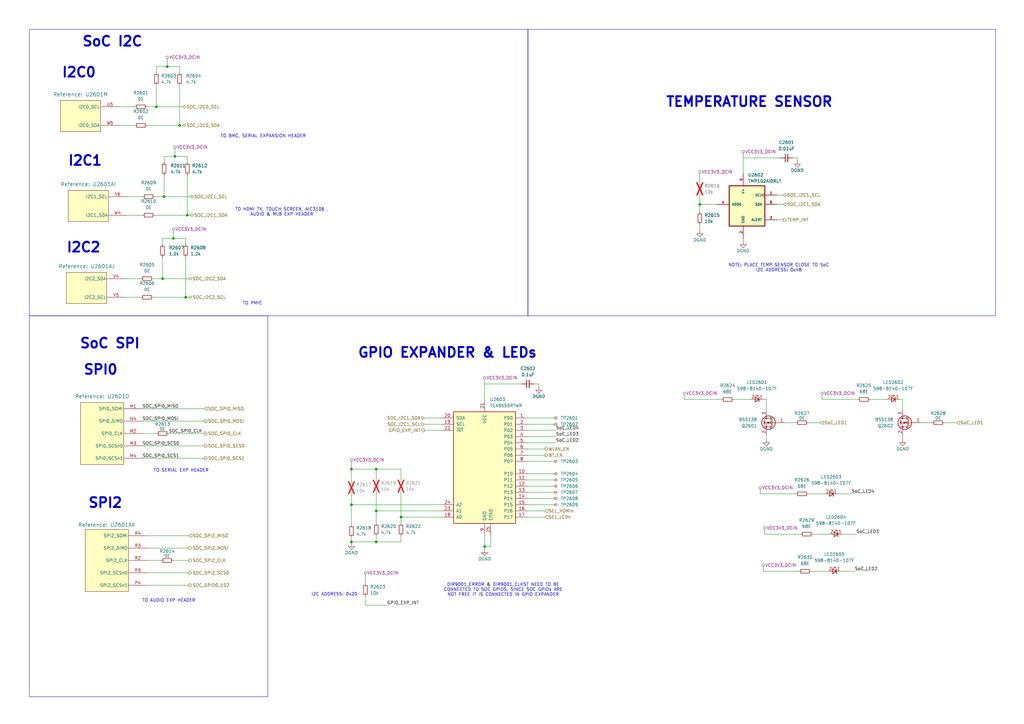
<source format=kicad_sch>
(kicad_sch (version 20250114) (generator "eeschema") (generator_version "9.0")
  (paper "A3")
  (title_block (title "Barre de son (base saine)") (date "2025-05-16") (rev "1.0") (company "NDH"))
  (lib_symbols
    (symbol "Connector:TestPoint_Small" (pin_numbers (hide yes)) (pin_names (offset 0.762) (hide yes))
      (property "Reference" "TP" (at 0 3.81 0))
      (property "Value" "TestPoint_Small" (at 0 2.032 0))
      (symbol "TestPoint_Small_1_1"
        (pin passive line (at 0 0 90) (length 0) (name "1") (number "1"))
      )
    )
    (symbol "Device:C_Small" (pin_numbers (hide yes)) (pin_names (offset 0.254) (hide yes))
      (property "Reference" "C" (at 0.254 1.778 0))
      (property "Value" "C_Small" (at 0.254 -2.032 0))
      (symbol "C_Small_1_1"
        (pin passive line (at 0 2.54 270) (length 2.032) (name "~") (number "1"))
        (pin passive line (at 0 -2.54 90) (length 2.032) (name "~") (number "2"))
      )
    )
    (symbol "Device:R_Small" (pin_numbers (hide yes)) (pin_names (offset 0.254) (hide yes))
      (property "Reference" "R" (at 0.762 0.508 0))
      (property "Value" "R_Small" (at 0.762 -1.016 0))
      (symbol "R_Small_1_1"
        (pin passive line (at 0 2.54 270) (length 0.762) (name "~") (number "1"))
        (pin passive line (at 0 -2.54 90) (length 0.762) (name "~") (number "2"))
      )
    )
    (symbol "Interface_Expansion:TCA9555RTWR" (pin_names (offset 1.016))
      (property "Reference" "U" (at -11.43 24.13 0))
      (property "Value" "TCA9555RTWR" (at 0 0 0))
      (symbol "TCA9555RTWR_1_1"
        (pin bidirectional line (at -17.78 20.32 0) (length 5.08) (name "SDA") (number "20"))
        (pin input line (at -17.78 17.78 0) (length 5.08) (name "SCL") (number "19"))
        (pin open_collector line (at -17.78 15.24 0) (length 5.08) (name "~{INT}") (number "22"))
        (pin input line (at -17.78 -15.24 0) (length 5.08) (name "A2") (number "24"))
        (pin input line (at -17.78 -17.78 0) (length 5.08) (name "A1") (number "23"))
        (pin input line (at -17.78 -20.32 0) (length 5.08) (name "A0") (number "18"))
        (pin power_in line (at 0 27.94 270) (length 5.08) (name "VCC") (number "21"))
        (pin power_in line (at 0 -27.94 90) (length 5.08) (name "GND") (number "9"))
        (pin input line (at 2.54 -27.94 90) (length 5.08) (name "EPAD") (number "25"))
        (pin bidirectional line (at 17.78 20.32 180) (length 5.08) (name "P00") (number "1"))
        (pin bidirectional line (at 17.78 17.78 180) (length 5.08) (name "P01") (number "2"))
        (pin bidirectional line (at 17.78 15.24 180) (length 5.08) (name "P02") (number "3"))
        (pin bidirectional line (at 17.78 12.7 180) (length 5.08) (name "P03") (number "4"))
        (pin bidirectional line (at 17.78 10.16 180) (length 5.08) (name "P04") (number "5"))
        (pin bidirectional line (at 17.78 7.62 180) (length 5.08) (name "P05") (number "6"))
        (pin bidirectional line (at 17.78 5.08 180) (length 5.08) (name "P06") (number "7"))
        (pin bidirectional line (at 17.78 2.54 180) (length 5.08) (name "P07") (number "8"))
        (pin bidirectional line (at 17.78 -2.54 180) (length 5.08) (name "P10") (number "10"))
        (pin bidirectional line (at 17.78 -5.08 180) (length 5.08) (name "P11") (number "11"))
        (pin bidirectional line (at 17.78 -7.62 180) (length 5.08) (name "P12") (number "12"))
        (pin bidirectional line (at 17.78 -10.16 180) (length 5.08) (name "P13") (number "13"))
        (pin bidirectional line (at 17.78 -12.7 180) (length 5.08) (name "P14") (number "14"))
        (pin bidirectional line (at 17.78 -15.24 180) (length 5.08) (name "P15") (number "15"))
        (pin bidirectional line (at 17.78 -17.78 180) (length 5.08) (name "P16") (number "16"))
        (pin bidirectional line (at 17.78 -20.32 180) (length 5.08) (name "P17") (number "17"))
      )
    )
    (symbol "Libglobal:598-8140-107F"
      (property "Reference" "LED" (at 0 0 0))
      (property "Value" "598-8140-107F" (at 0 -1.778 0))
      (symbol "598-8140-107F_1_1"
        (pin passive line (at 0 -5.715 0) (length 1.778) (name "") (number "2"))
        (pin passive line (at 5.08 -5.715 180) (length 1.778) (name "") (number "1"))
      )
    )
    (symbol "Libglobal:66AK2G12ABY100" (pin_names (offset 0.254))
      (property "Reference" "U" (at -46.228 -50.8 0) (show_name))
      (symbol "66AK2G12ABY100_1_1"
        (pin bidirectional line (at -68.58 110.49 0) (length 7.62) (name "DDR3_DQS0_P") (number "AD1"))
        (pin bidirectional line (at -68.58 107.95 0) (length 7.62) (name "DDR3_DQS0_N") (number "AE2"))
        (pin bidirectional line (at -68.58 102.87 0) (length 7.62) (name "DDR3_DQS1_P") (number "AD4"))
        (pin bidirectional line (at -68.58 100.33 0) (length 7.62) (name "DDR3_DQS1_N") (number "AE4"))
        (pin bidirectional line (at -68.58 95.25 0) (length 7.62) (name "DDR3_DQS2_P") (number "AE6"))
        (pin bidirectional line (at -68.58 92.71 0) (length 7.62) (name "DDR3_DQS2_N") (number "AD6"))
        (pin bidirectional line (at -68.58 87.63 0) (length 7.62) (name "DDR3_DQS3_P") (number "AE9"))
        (pin bidirectional line (at -68.58 85.09 0) (length 7.62) (name "DDR3_DQS3_N") (number "AD9"))
        (pin bidirectional line (at -68.58 80.01 0) (length 7.62) (name "DDR3_CBDQS_P") (number "AE12"))
        (pin bidirectional line (at -68.58 77.47 0) (length 7.62) (name "DDR3_CBDQS_N") (number "AD12"))
        (pin tri_state line (at -68.58 72.39 0) (length 7.62) (name "DDR3_DQM0") (number "AB4"))
        (pin tri_state line (at -68.58 69.85 0) (length 7.62) (name "DDR3_DQM1") (number "AA5"))
        (pin tri_state line (at -68.58 67.31 0) (length 7.62) (name "DDR3_DQM2") (number "AC8"))
        (pin tri_state line (at -68.58 64.77 0) (length 7.62) (name "DDR3_DQM3") (number "AA9"))
        (pin bidirectional line (at -68.58 58.42 0) (length 7.62) (name "DDR3_CBDQM") (number "Y11"))
        (pin tri_state line (at -68.58 50.8 0) (length 7.62) (name "DDR3_ODT0") (number "AA13"))
        (pin bidirectional line (at -68.58 48.26 0) (length 7.62) (name "DDR3_ODT1") (number "Y12"))
        (pin bidirectional line (at -68.58 41.91 0) (length 7.62) (name "DDR3_CB00") (number "AA11"))
        (pin bidirectional line (at -68.58 39.37 0) (length 7.62) (name "DDR3_CB01") (number "AB11"))
        (pin bidirectional line (at -68.58 36.83 0) (length 7.62) (name "DDR3_CB02") (number "AC11"))
        (pin bidirectional line (at -68.58 34.29 0) (length 7.62) (name "DDR3_CB03") (number "AC12"))
        (pin tri_state line (at -68.58 27.94 0) (length 7.62) (name "DDR3_CKE0") (number "AB18"))
        (pin bidirectional line (at -68.58 25.4 0) (length 7.62) (name "DDR3_CKE1") (number "AC18"))
        (pin tri_state line (at -68.58 19.05 0) (length 7.62) (name "DDR3_CEn0") (number "AD13"))
        (pin bidirectional line (at -68.58 16.51 0) (length 7.62) (name "DDR3_CEn1") (number "AB12"))
        (pin tri_state line (at -68.58 10.16 0) (length 7.62) (name "DDR_CLK_N") (number "AD24"))
        (pin tri_state line (at -68.58 7.62 0) (length 7.62) (name "DDR_CLK_P") (number "AE24"))
        (pin tri_state line (at -68.58 1.27 0) (length 7.62) (name "DDR3_CLKOUT_P0") (number "AE15"))
        (pin tri_state line (at -68.58 -1.27 0) (length 7.62) (name "DDR3_CLKOUT_N0") (number "AD15"))
        (pin tri_state line (at -68.58 -7.62 0) (length 7.62) (name "DDR3_CLKOUT_P1") (number "AE16"))
        (pin tri_state line (at -68.58 -10.16 0) (length 7.62) (name "DDR3_CLKOUT_N1") (number "AD16"))
        (pin unspecified line (at -68.58 -16.51 0) (length 7.62) (name "DDR3_RZQ0") (number "W12"))
        (pin unspecified line (at -68.58 -19.05 0) (length 7.62) (name "DDR3_RZQ1") (number "V9"))
        (pin tri_state line (at -68.58 -25.4 0) (length 7.62) (name "DDR3_CASn") (number "AC13"))
        (pin tri_state line (at -68.58 -27.94 0) (length 7.62) (name "DDR3_RASn") (number "AE13"))
        (pin tri_state line (at -68.58 -34.29 0) (length 7.62) (name "DDR3_WEn") (number "Y13"))
        (pin tri_state line (at -68.58 -40.64 0) (length 7.62) (name "DDR3_RESETn") (number "Y18"))
        (pin tri_state line (at 2.54 110.49 180) (length 7.62) (name "DDR3_A00") (number "AC15"))
        (pin tri_state line (at 2.54 107.95 180) (length 7.62) (name "DDR3_A01") (number "Y15"))
        (pin tri_state line (at 2.54 105.41 180) (length 7.62) (name "DDR3_A02") (number "AC16"))
        (pin tri_state line (at 2.54 102.87 180) (length 7.62) (name "DDR3_A03") (number "AA15"))
        (pin tri_state line (at 2.54 100.33 180) (length 7.62) (name "DDR3_A04") (number "AB16"))
        (pin tri_state line (at 2.54 97.79 180) (length 7.62) (name "DDR3_A05") (number "AE17"))
        (pin tri_state line (at 2.54 95.25 180) (length 7.62) (name "DDR3_A06") (number "AC14"))
        (pin tri_state line (at 2.54 92.71 180) (length 7.62) (name "DDR3_A07") (number "AB15"))
        (pin tri_state line (at 2.54 90.17 180) (length 7.62) (name "DDR3_A08") (number "AC17"))
        (pin tri_state line (at 2.54 87.63 180) (length 7.62) (name "DDR3_A09") (number "AB17"))
        (pin tri_state line (at 2.54 85.09 180) (length 7.62) (name "DDR3_A10") (number "AB14"))
        (pin tri_state line (at 2.54 82.55 180) (length 7.62) (name "DDR3_A11") (number "AA16"))
        (pin tri_state line (at 2.54 80.01 180) (length 7.62) (name "DDR3_A12") (number "AA17"))
        (pin tri_state line (at 2.54 77.47 180) (length 7.62) (name "DDR3_A13") (number "AA12"))
        (pin tri_state line (at 2.54 74.93 180) (length 7.62) (name "DDR3_A14") (number "Y17"))
        (pin tri_state line (at 2.54 72.39 180) (length 7.62) (name "DDR3_A15") (number "Y16"))
        (pin tri_state line (at 2.54 66.04 180) (length 7.62) (name "DDR3_BA0") (number "AA14"))
        (pin tri_state line (at 2.54 62.23 180) (length 7.62) (name "DDR3_BA1") (number "AB13"))
        (pin tri_state line (at 2.54 58.42 180) (length 7.62) (name "DDR3_BA2") (number "AD17"))
        (pin bidirectional line (at 2.54 52.07 180) (length 7.62) (name "DDR3_D00") (number "AD2"))
        (pin bidirectional line (at 2.54 49.53 180) (length 7.62) (name "DDR3_D01") (number "Y4"))
        (pin bidirectional line (at 2.54 46.99 180) (length 7.62) (name "DDR3_D02") (number "AC3"))
        (pin bidirectional line (at 2.54 44.45 180) (length 7.62) (name "DDR3_D03") (number "AC2"))
        (pin bidirectional line (at 2.54 41.91 180) (length 7.62) (name "DDR3_D04") (number "AE3"))
        (pin bidirectional line (at 2.54 39.37 180) (length 7.62) (name "DDR3_D05") (number "AA4"))
        (pin bidirectional line (at 2.54 36.83 180) (length 7.62) (name "DDR3_D06") (number "AD3"))
        (pin bidirectional line (at 2.54 34.29 180) (length 7.62) (name "DDR3_D07") (number "AB3"))
        (pin bidirectional line (at 2.54 29.21 180) (length 7.62) (name "DDR3_D08") (number "AA6"))
        (pin bidirectional line (at 2.54 26.67 180) (length 7.62) (name "DDR3_D09") (number "Y7"))
        (pin bidirectional line (at 2.54 24.13 180) (length 7.62) (name "DDR3_D10") (number "Y6"))
        (pin bidirectional line (at 2.54 21.59 180) (length 7.62) (name "DDR3_D11") (number "AC5"))
        (pin bidirectional line (at 2.54 19.05 180) (length 7.62) (name "DDR3_D12") (number "AB6"))
        (pin bidirectional line (at 2.54 16.51 180) (length 7.62) (name "DDR3_D13") (number "Y5"))
        (pin bidirectional line (at 2.54 13.97 180) (length 7.62) (name "DDR3_D14") (number "AC4"))
        (pin bidirectional line (at 2.54 11.43 180) (length 7.62) (name "DDR3_D15") (number "AB5"))
        (pin bidirectional line (at 2.54 6.35 180) (length 7.62) (name "DDR3_D16") (number "AB7"))
        (pin bidirectional line (at 2.54 3.81 180) (length 7.62) (name "DDR3_D17") (number "AB8"))
        (pin bidirectional line (at 2.54 1.27 180) (length 7.62) (name "DDR3_D18") (number "AC7"))
        (pin bidirectional line (at 2.54 -1.27 180) (length 7.62) (name "DDR3_D19") (number "AA7"))
        (pin bidirectional line (at 2.54 -3.81 180) (length 7.62) (name "DDR3_D20") (number "AA8"))
        (pin bidirectional line (at 2.54 -6.35 180) (length 7.62) (name "DDR3_D21") (number "AC6"))
        (pin bidirectional line (at 2.54 -8.89 180) (length 7.62) (name "DDR3_D22") (number "AE7"))
        (pin bidirectional line (at 2.54 -11.43 180) (length 7.62) (name "DDR3_D23") (number "AD7"))
        (pin bidirectional line (at 2.54 -16.51 180) (length 7.62) (name "DDR3_D24") (number "AA10"))
        (pin bidirectional line (at 2.54 -19.05 180) (length 7.62) (name "DDR3_D25") (number "AE10"))
        (pin bidirectional line (at 2.54 -21.59 180) (length 7.62) (name "DDR3_D26") (number "AD10"))
        (pin bidirectional line (at 2.54 -24.13 180) (length 7.62) (name "DDR3_D27") (number "AC10"))
        (pin bidirectional line (at 2.54 -26.67 180) (length 7.62) (name "DDR3_D28") (number "AC9"))
        (pin bidirectional line (at 2.54 -29.21 180) (length 7.62) (name "DDR3_D29") (number "AB10"))
        (pin bidirectional line (at 2.54 -31.75 180) (length 7.62) (name "DDR3_D30") (number "AB9"))
        (pin bidirectional line (at 2.54 -34.29 180) (length 7.62) (name "DDR3_D31") (number "Y8"))
      )
      (symbol "66AK2G12ABY100_2_1"
        (pin bidirectional line (at -6.35 44.45 180) (length 7.62) (name "DSS_DATA0") (number "V22"))
        (pin bidirectional line (at -6.35 41.91 180) (length 7.62) (name "DSS_DATA1") (number "U21"))
        (pin bidirectional line (at -6.35 39.37 180) (length 7.62) (name "DSS_DATA2") (number "W22"))
        (pin bidirectional line (at -6.35 36.83 180) (length 7.62) (name "DSS_DATA3") (number "V23"))
        (pin bidirectional line (at -6.35 34.29 180) (length 7.62) (name "DSS_DATA4") (number "U23"))
        (pin bidirectional line (at -6.35 31.75 180) (length 7.62) (name "DSS_DATA5") (number "V24"))
        (pin bidirectional line (at -6.35 29.21 180) (length 7.62) (name "DSS_DATA6") (number "T21"))
        (pin bidirectional line (at -6.35 26.67 180) (length 7.62) (name "DSS_DATA7") (number "U22"))
        (pin bidirectional line (at -6.35 24.13 180) (length 7.62) (name "DSS_DATA8") (number "T22"))
        (pin bidirectional line (at -6.35 21.59 180) (length 7.62) (name "DSS_DATA9") (number "R21"))
        (pin bidirectional line (at -6.35 19.05 180) (length 7.62) (name "DSS_DATA10") (number "U24"))
        (pin bidirectional line (at -6.35 16.51 180) (length 7.62) (name "DSS_DATA11") (number "V25"))
        (pin bidirectional line (at -6.35 13.97 180) (length 7.62) (name "DSS_DATA12") (number "T24"))
        (pin bidirectional line (at -6.35 11.43 180) (length 7.62) (name "DSS_DATA13") (number "P21"))
        (pin bidirectional line (at -6.35 8.89 180) (length 7.62) (name "DSS_DATA14") (number "U25"))
        (pin bidirectional line (at -6.35 6.35 180) (length 7.62) (name "DSS_DATA15") (number "R22"))
        (pin bidirectional line (at -6.35 3.81 180) (length 7.62) (name "DSS_DATA16") (number "P23"))
        (pin bidirectional line (at -6.35 1.27 180) (length 7.62) (name "DSS_DATA17") (number "R24"))
        (pin bidirectional line (at -6.35 -1.27 180) (length 7.62) (name "DSS_DATA18") (number "N22"))
        (pin bidirectional line (at -6.35 -3.81 180) (length 7.62) (name "DSS_DATA19") (number "T25"))
        (pin bidirectional line (at -6.35 -6.35 180) (length 7.62) (name "DSS_DATA20") (number "N24"))
        (pin bidirectional line (at -6.35 -8.89 180) (length 7.62) (name "DSS_DATA21") (number "P24"))
        (pin bidirectional line (at -6.35 -11.43 180) (length 7.62) (name "DSS_DATA22") (number "P25"))
        (pin bidirectional line (at -6.35 -13.97 180) (length 7.62) (name "DSS_DATA23") (number "N23"))
        (pin bidirectional line (at -6.35 -20.32 180) (length 7.62) (name "DSS_VSYNC") (number "R25"))
        (pin bidirectional line (at -6.35 -24.13 180) (length 7.62) (name "DSS_HSYNC") (number "P22"))
        (pin bidirectional line (at -6.35 -27.94 180) (length 7.62) (name "DSS_PCLK") (number "N25"))
        (pin bidirectional line (at -6.35 -31.75 180) (length 7.62) (name "DSS_FID") (number "L25"))
        (pin bidirectional line (at -6.35 -35.56 180) (length 7.62) (name "DSS_DE") (number "M25"))
        (pin bidirectional line (at -6.35 -41.91 180) (length 7.62) (name "PR1_MDIO_DATA") (number "E18"))
      )
      (symbol "66AK2G12ABY100_3_1"
        (pin bidirectional line (at 1.27 71.12 180) (length 7.62) (name "PR1_PRU1_GPO0/PR1_PRU1_GPI0/GPIO1_26") (number "A14"))
        (pin bidirectional line (at 1.27 66.04 180) (length 7.62) (name "PR1_PRU1_GPO1/PR1_PRU1_GPI1/GPIO1_27") (number "B14"))
        (pin bidirectional line (at 1.27 60.96 180) (length 7.62) (name "PR1_PRU1_GPO2/PR1_PRU1_GPI2/GPIO1_28") (number "C14"))
        (pin bidirectional line (at 1.27 55.88 180) (length 7.62) (name "PR1_PRU1_GPO3/PR1_PRU1_GPI3/GPIO1_29") (number "E14"))
        (pin bidirectional line (at 1.27 50.8 180) (length 7.62) (name "PR1_PRU1_GPO4/PR1_PRU1_GPI4/GPIO1_30") (number "D14"))
        (pin bidirectional line (at 1.27 45.72 180) (length 7.62) (name "PR1_PRU1_GPO5/PR1_PRU1_GPI5/GPIO1_31") (number "A15"))
        (pin bidirectional line (at 1.27 40.64 180) (length 7.62) (name "PR1_PRU1_GPO6/PR1_PRU1_GPI6/GPIO1_32") (number "F14"))
        (pin bidirectional line (at 1.27 35.56 180) (length 7.62) (name "PR1_PRU1_GPO7/PR1_PRU1_GPI7/GPIO1_33") (number "B15"))
        (pin bidirectional line (at 1.27 30.48 180) (length 7.62) (name "PR1_PRU1_GPO8/PR1_PRU1_GPI8/GPIO1_34") (number "C15"))
        (pin bidirectional line (at 1.27 25.4 180) (length 7.62) (name "PR1_PRU1_GPO15/PR1_PRU1_GPI15/GPIO1_41") (number "C18"))
        (pin bidirectional line (at 1.27 19.05 180) (length 7.62) (name "PR1_PRU1_GPO16/PR1_PRU1_GPI16/GPIO1_42") (number "D16"))
        (pin bidirectional line (at 1.27 8.89 180) (length 7.62) (name "GPMC_BEn1/GPIO0_21") (number "AB24"))
        (pin bidirectional line (at 1.27 3.81 180) (length 7.62) (name "GPMC_CLK/GPIO0_16") (number "AB23"))
        (pin bidirectional line (at 1.27 -5.08 180) (length 7.62) (name "MII_RXER/RMII_RXER/GPIO0_82") (number "F23"))
        (pin bidirectional line (at 1.27 -11.43 180) (length 7.62) (name "MII_COL/GPIO0_83") (number "B25"))
        (pin bidirectional line (at 1.27 -17.78 180) (length 7.62) (name "MII_CRS/RMII_CRS_DV/GPIO0_84") (number "G22"))
        (pin bidirectional line (at 1.27 -29.21 180) (length 7.62) (name "SPI3_SCSn1/PR0_UART0_RXD/GPIO0_87") (number "E25"))
        (pin bidirectional line (at 1.27 -36.83 180) (length 7.62) (name "SPI1_SCSn1/GPIO0_100") (number "N3"))
      )
      (symbol "66AK2G12ABY100_4_1"
        (pin bidirectional line (at -15.24 -25.4 180) (length 7.62) (name "SPI0_SOMI") (number "M1"))
        (pin bidirectional line (at -15.24 -30.48 180) (length 7.62) (name "SPI0_SIMO") (number "N4"))
        (pin bidirectional line (at -15.24 -35.56 180) (length 7.62) (name "SPI0_CLK") (number "M2"))
        (pin bidirectional line (at -15.24 -40.64 180) (length 7.62) (name "SPI0_SCSn0") (number "M3"))
        (pin bidirectional line (at -15.24 -45.72 180) (length 7.62) (name "SPI0_SCSn1") (number "M4"))
      )
      (symbol "66AK2G12ABY100_5_1"
        (pin bidirectional line (at -7.62 31.75 180) (length 7.62) (name "GPMC_AD0") (number "AC21"))
        (pin bidirectional line (at -7.62 29.21 180) (length 7.62) (name "GPMC_AD1") (number "AE20"))
        (pin bidirectional line (at -7.62 26.67 180) (length 7.62) (name "GPMC_AD2") (number "AD22"))
        (pin bidirectional line (at -7.62 24.13 180) (length 7.62) (name "GPMC_AD3") (number "AD20"))
        (pin bidirectional line (at -7.62 21.59 180) (length 7.62) (name "GPMC_AD4") (number "AE21"))
        (pin bidirectional line (at -7.62 19.05 180) (length 7.62) (name "GPMC_AD5") (number "AE22"))
        (pin bidirectional line (at -7.62 16.51 180) (length 7.62) (name "GPMC_AD6") (number "AC20"))
        (pin bidirectional line (at -7.62 13.97 180) (length 7.62) (name "GPMC_AD7") (number "AD21"))
        (pin bidirectional line (at -7.62 11.43 180) (length 7.62) (name "GPMC_AD8") (number "AE23"))
        (pin bidirectional line (at -7.62 8.89 180) (length 7.62) (name "GPMC_AD9") (number "AB20"))
        (pin bidirectional line (at -7.62 6.35 180) (length 7.62) (name "GPMC_AD10") (number "AA20"))
        (pin bidirectional line (at -7.62 3.81 180) (length 7.62) (name "GPMC_AD11") (number "AD23"))
        (pin bidirectional line (at -7.62 1.27 180) (length 7.62) (name "GPMC_AD12") (number "AA21"))
        (pin bidirectional line (at -7.62 -1.27 180) (length 7.62) (name "GPMC_AD13") (number "AB21"))
        (pin bidirectional line (at -7.62 -3.81 180) (length 7.62) (name "GPMC_AD14") (number "AB22"))
        (pin bidirectional line (at -7.62 -6.35 180) (length 7.62) (name "GPMC_AD15") (number "AA22"))
        (pin bidirectional line (at -7.62 -16.51 180) (length 7.62) (name "GPMC_ADVn_ALE") (number "AC23"))
        (pin bidirectional line (at -7.62 -19.05 180) (length 7.62) (name "GPMC_OEn_REn") (number "AC22"))
        (pin bidirectional line (at -7.62 -21.59 180) (length 7.62) (name "GPMC_WEn") (number "Y22"))
        (pin bidirectional line (at -7.62 -24.13 180) (length 7.62) (name "GPMC_BEn0_CLE") (number "AC24"))
        (pin bidirectional line (at -7.62 -26.67 180) (length 7.62) (name "GPMC_WAIT0") (number "Y24"))
        (pin bidirectional line (at -7.62 -36.83 180) (length 7.62) (name "GPMC_WPn") (number "W25"))
        (pin bidirectional line (at -7.62 -43.18 180) (length 7.62) (name "GPMC_CSn0") (number "AB25"))
      )
      (symbol "66AK2G12ABY100_6_1"
        (pin bidirectional line (at -11.43 8.89 180) (length 7.62) (name "MMC1_DAT0") (number "H3"))
        (pin bidirectional line (at -11.43 3.81 180) (length 7.62) (name "MMC1_DAT1") (number "F5"))
        (pin bidirectional line (at -11.43 -1.27 180) (length 7.62) (name "MMC1_DAT2") (number "J5"))
        (pin bidirectional line (at -11.43 -6.35 180) (length 7.62) (name "MMC1_DAT3") (number "H4"))
        (pin bidirectional line (at -11.43 -11.43 180) (length 7.62) (name "MMC1_DAT4") (number "E3"))
        (pin bidirectional line (at -11.43 -13.97 180) (length 7.62) (name "MMC1_DAT5") (number "G4"))
        (pin bidirectional line (at -11.43 -16.51 180) (length 7.62) (name "MMC1_DAT6") (number "F4"))
        (pin bidirectional line (at -11.43 -19.05 180) (length 7.62) (name "MMC1_DAT7") (number "G5"))
        (pin bidirectional line (at -11.43 -24.13 180) (length 7.62) (name "MMC1_CLK") (number "J4"))
        (pin bidirectional line (at -11.43 -29.21 180) (length 7.62) (name "MMC1_CMD") (number "J2"))
        (pin bidirectional line (at -11.43 -34.29 180) (length 7.62) (name "MMC1_POW") (number "K2"))
        (pin bidirectional line (at -11.43 -36.83 180) (length 7.62) (name "MMC1_SDCD") (number "J3"))
        (pin bidirectional line (at -11.43 -43.18 180) (length 7.62) (name "MMC1_SDWP") (number "K3"))
      )
      (symbol "66AK2G12ABY100_7_1"
        (pin bidirectional line (at -13.97 29.21 180) (length 7.62) (name "MII_TXD0") (number "G23"))
        (pin bidirectional line (at -13.97 24.13 180) (length 7.62) (name "MII_TXD1") (number "G24"))
        (pin bidirectional line (at -13.97 19.05 180) (length 7.62) (name "MII_TXD2") (number "G25"))
        (pin bidirectional line (at -13.97 13.97 180) (length 7.62) (name "MII_TXD3") (number "D25"))
        (pin bidirectional line (at -13.97 6.35 180) (length 7.62) (name "MII_TXCLK") (number "C25"))
        (pin bidirectional line (at -13.97 1.27 180) (length 7.62) (name "MII_TXEN") (number "H25"))
        (pin bidirectional line (at -13.97 -6.35 180) (length 7.62) (name "MDIO_CLK") (number "U3"))
        (pin bidirectional line (at -13.97 -10.16 180) (length 7.62) (name "MDIO_DATA") (number "V3"))
        (pin bidirectional line (at -13.97 -17.78 180) (length 7.62) (name "MII_RXCLK") (number "A22"))
        (pin bidirectional line (at -13.97 -22.86 180) (length 7.62) (name "MII_RXDV") (number "A24"))
        (pin bidirectional line (at -13.97 -30.48 180) (length 7.62) (name "MII_RXD0") (number "B24"))
        (pin bidirectional line (at -13.97 -35.56 180) (length 7.62) (name "MII_RXD1") (number "C23"))
        (pin bidirectional line (at -13.97 -40.64 180) (length 7.62) (name "MII_RXD2") (number "B23"))
        (pin bidirectional line (at -13.97 -45.72 180) (length 7.62) (name "MII_RXD3") (number "F22"))
      )
      (symbol "66AK2G12ABY100_8_1"
        (pin input line (at -10.16 -5.08 180) (length 7.62) (name "NMIn") (number "W1"))
        (pin input line (at -10.16 -10.16 180) (length 7.62) (name "PORn") (number "AA3"))
        (pin input line (at -10.16 -15.24 180) (length 7.62) (name "LRESETNMIENn") (number "V1"))
        (pin input line (at -10.16 -20.32 180) (length 7.62) (name "LRESETn") (number "V2"))
        (pin input line (at -10.16 -25.4 180) (length 7.62) (name "RESETn") (number "W3"))
        (pin input line (at -10.16 -30.48 180) (length 7.62) (name "RESETFULLn") (number "W2"))
        (pin output line (at -10.16 -38.1 180) (length 7.62) (name "RESETSTATn") (number "Y2"))
        (pin tri_state line (at -10.16 -45.72 180) (length 7.62) (name "BOOTCOMPLETE") (number "Y3"))
      )
      (symbol "66AK2G12ABY100_9_1"
        (pin input line (at -69.85 8.89 0) (length 7.62) (name "AUDOSC_IN") (number "C17"))
        (pin output line (at -69.85 3.81 0) (length 7.62) (name "AUDOSC_OUT") (number "A17"))
        (pin power_in line (at -69.85 -1.27 0) (length 7.62) (name "VSS_OSC_AUDIO") (number "B17"))
        (pin output line (at -69.85 -12.7 0) (length 7.62) (name "USB1_XO") (number "C20"))
        (pin output line (at -69.85 -17.78 0) (length 7.62) (name "USB0_XO") (number "D19"))
        (pin tri_state line (at -69.85 -26.67 0) (length 7.62) (name "OBSPLL_LOCK") (number "N5"))
        (pin output line (at -69.85 -30.48 0) (length 7.62) (name "OBSCLK_P") (number "K1"))
        (pin output line (at -69.85 -34.29 0) (length 7.62) (name "OBSCLK_N") (number "L1"))
        (pin output line (at -69.85 -44.45 0) (length 7.62) (name "RMII_REFCLK/PR0_eCAP0_eCAP_SYNCOUT") (number "D24"))
        (pin input line (at 6.35 8.89 180) (length 7.62) (name "SYSOSC_IN") (number "AC19"))
        (pin output line (at 6.35 3.81 180) (length 7.62) (name "SYSOSC_OUT") (number "AE19"))
        (pin power_in line (at 6.35 -1.27 180) (length 7.62) (name "VSS_OSC_SYS") (number "AD19"))
        (pin input line (at 6.35 -10.16 180) (length 7.62) (name "SYSCLK_P") (number "AD25"))
        (pin input line (at 6.35 -15.24 180) (length 7.62) (name "SYSCLK_N") (number "AC25"))
        (pin input line (at 6.35 -24.13 180) (length 7.62) (name "SYSCLKSEL") (number "R1"))
        (pin tri_state line (at 6.35 -30.48 180) (length 7.62) (name "SYSCLKOUT") (number "M21"))
        (pin input line (at 6.35 -39.37 180) (length 7.62) (name "CPTS_REFCLK_P") (number "K21"))
        (pin input line (at 6.35 -44.45 180) (length 7.62) (name "CPTS_REFCLK_N") (number "L21"))
      )
      (symbol "66AK2G12ABY100_10_1"
        (pin input line (at -17.78 -17.78 180) (length 7.62) (name "TDI") (number "L5"))
        (pin tri_state line (at -17.78 -21.59 180) (length 7.62) (name "TDO") (number "K5"))
        (pin input line (at -17.78 -25.4 180) (length 7.62) (name "TCK") (number "L3"))
        (pin input line (at -17.78 -29.21 180) (length 7.62) (name "TMS") (number "K4"))
        (pin input line (at -17.78 -33.02 180) (length 7.62) (name "TRSTn") (number "L4"))
        (pin bidirectional line (at -17.78 -39.37 180) (length 7.62) (name "EMU00") (number "M22"))
        (pin bidirectional line (at -17.78 -45.72 180) (length 7.62) (name "EMU01") (number "L22"))
      )
      (symbol "66AK2G12ABY100_11_1"
        (pin bidirectional line (at -10.16 5.08 180) (length 7.62) (name "MLBP_DAT_P") (number "K23"))
        (pin bidirectional line (at -10.16 0 180) (length 7.62) (name "MLBP_DAT_N") (number "K22"))
        (pin bidirectional line (at -10.16 -6.35 180) (length 7.62) (name "MLBP_SIG_P") (number "L24"))
        (pin bidirectional line (at -10.16 -11.43 180) (length 7.62) (name "MLBP_SIG_N") (number "M24"))
        (pin input line (at -10.16 -19.05 180) (length 7.62) (name "MLBP_CLK_P") (number "M23"))
        (pin input line (at -10.16 -24.13 180) (length 7.62) (name "MLBP_CLK_N") (number "L23"))
        (pin bidirectional line (at -10.16 -34.29 180) (length 7.62) (name "GPMC_WAIT1") (number "AA24"))
        (pin bidirectional line (at -10.16 -39.37 180) (length 7.62) (name "GPMC_DIR") (number "AA25"))
        (pin bidirectional line (at -10.16 -44.45 180) (length 7.62) (name "GPMC_CSn1") (number "W24"))
      )
      (symbol "66AK2G12ABY100_12_1"
        (pin bidirectional line (at -13.97 -13.97 180) (length 7.62) (name "USB1_DP") (number "B20"))
        (pin bidirectional line (at -13.97 -17.78 180) (length 7.62) (name "USB1_DM") (number "A20"))
        (pin unspecified line (at -13.97 -25.4 180) (length 7.62) (name "USB1_ID") (number "E20"))
        (pin unspecified line (at -13.97 -30.48 180) (length 7.62) (name "USB1_VBUS") (number "A21"))
        (pin tri_state line (at -13.97 -38.1 180) (length 7.62) (name "USB1_DRVVBUS") (number "B21"))
        (pin unspecified line (at -13.97 -45.72 180) (length 7.62) (name "USB1_TXRTUNE_RKELVIN") (number "D20"))
      )
      (symbol "66AK2G12ABY100_13_1"
        (pin bidirectional line (at -16.51 -38.1 180) (length 7.62) (name "I2C0_SCL") (number "U5"))
        (pin bidirectional line (at -16.51 -45.72 180) (length 7.62) (name "I2C0_SDA") (number "W5"))
      )
      (symbol "66AK2G12ABY100_14_1"
        (pin bidirectional line (at -7.62 -7.62 180) (length 7.62) (name "QSPI_D0") (number "J23"))
        (pin bidirectional line (at -7.62 -11.43 180) (length 7.62) (name "QSPI_D1") (number "J22"))
        (pin bidirectional line (at -7.62 -15.24 180) (length 7.62) (name "QSPI_D2") (number "J21"))
        (pin bidirectional line (at -7.62 -19.05 180) (length 7.62) (name "QSPI_D3") (number "J24"))
        (pin bidirectional line (at -7.62 -25.4 180) (length 7.62) (name "QSPI_CSn0") (number "J25"))
        (pin bidirectional line (at -7.62 -31.75 180) (length 7.62) (name "QSPI_CLK") (number "K25"))
        (pin bidirectional line (at -7.62 -38.1 180) (length 7.62) (name "QSPI_RCLK") (number "K24"))
        (pin bidirectional line (at -7.62 -45.72 180) (length 7.62) (name "QSPI_CSn1") (number "H23"))
      )
      (symbol "66AK2G12ABY100_15_1"
        (pin tri_state line (at -15.24 -34.29 180) (length 7.62) (name "UART0_TXD") (number "T1"))
        (pin input line (at -15.24 -38.1 180) (length 7.62) (name "UART0_RXD") (number "T4"))
        (pin bidirectional line (at -15.24 -41.91 180) (length 7.62) (name "UART0_CTSn") (number "T2"))
        (pin bidirectional line (at -15.24 -45.72 180) (length 7.62) (name "UART0_RTSn") (number "U1"))
      )
      (symbol "66AK2G12ABY100_16_1"
        (pin output line (at -13.97 -6.35 180) (length 7.62) (name "PCIE_TXP0") (number "G1"))
        (pin output line (at -13.97 -11.43 180) (length 7.62) (name "PCIE_TXN0") (number "H1"))
        (pin input line (at -13.97 -19.05 180) (length 7.62) (name "PCIE_RXP0") (number "E1"))
        (pin input line (at -13.97 -24.13 180) (length 7.62) (name "PCIE_RXN0") (number "D1"))
        (pin input line (at -13.97 -31.75 180) (length 7.62) (name "PCIE_CLK_P") (number "G2"))
        (pin input line (at -13.97 -35.56 180) (length 7.62) (name "PCIE_CLK_N") (number "F2"))
        (pin unspecified line (at -13.97 -43.18 180) (length 7.62) (name "PCIE_REFRES") (number "H7"))
      )
      (symbol "66AK2G12ABY100_17_1"
        (pin bidirectional line (at -8.89 -30.48 180) (length 7.62) (name "DCAN0_TX") (number "P5"))
        (pin bidirectional line (at -8.89 -35.56 180) (length 7.62) (name "DCAN0_RX") (number "R5"))
        (pin bidirectional line (at -8.89 -43.18 180) (length 7.62) (name "QSPI_CSn2") (number "H22"))
        (pin bidirectional line (at -8.89 -46.99 180) (length 7.62) (name "QSPI_CSn3") (number "H21"))
      )
      (symbol "66AK2G12ABY100_18_1"
        (pin bidirectional line (at -6.35 3.81 180) (length 7.62) (name "eHRPWM3_A") (number "A23"))
        (pin bidirectional line (at -6.35 0 180) (length 7.62) (name "eHRPWM3_B") (number "B22"))
        (pin bidirectional line (at -6.35 -3.81 180) (length 7.62) (name "MII_TXER") (number "H24"))
        (pin bidirectional line (at -6.35 -7.62 180) (length 7.62) (name "eHRPWM3_SYNCO") (number "D23"))
        (pin bidirectional line (at -6.35 -11.43 180) (length 7.62) (name "eHRPWM3_SYNCI") (number "C22"))
        (pin bidirectional line (at -6.35 -17.78 180) (length 7.62) (name "PR1_PRU0_GPO18") (number "D12"))
        (pin bidirectional line (at -6.35 -21.59 180) (length 7.62) (name "PR1_PRU0_GPO19") (number "D13"))
        (pin bidirectional line (at -6.35 -25.4 180) (length 7.62) (name "PR1_PRU0_GPO17") (number "E13"))
        (pin bidirectional line (at -6.35 -31.75 180) (length 7.62) (name "PR1_PRU1_GPO18") (number "E17"))
        (pin bidirectional line (at -6.35 -35.56 180) (length 7.62) (name "PR1_PRU1_GPO19") (number "E16"))
        (pin bidirectional line (at -6.35 -39.37 180) (length 7.62) (name "PR1_PRU1_GPO17") (number "F16"))
        (pin bidirectional line (at -6.35 -45.72 180) (length 7.62) (name "PR1_MDIO_MDCLK") (number "D18"))
      )
      (symbol "66AK2G12ABY100_19_1"
        (pin unspecified line (at -8.89 -3.81 180) (length 7.62) (name "RSV1") (number "AA19"))
        (pin input line (at -8.89 -7.62 180) (length 7.62) (name "RSV2") (number "AB19"))
        (pin unspecified line (at -8.89 -11.43 180) (length 7.62) (name "RSV3") (number "Y20"))
        (pin unspecified line (at -8.89 -15.24 180) (length 7.62) (name "RSV4") (number "W19"))
        (pin unspecified line (at -8.89 -19.05 180) (length 7.62) (name "RSV5") (number "D2"))
        (pin input line (at -8.89 -22.86 180) (length 7.62) (name "RSV6") (number "L2"))
        (pin unspecified line (at -8.89 -26.67 180) (length 7.62) (name "RSV7") (number "G3"))
        (pin unspecified line (at -8.89 -30.48 180) (length 7.62) (name "RSV8") (number "F18"))
        (pin unspecified line (at -8.89 -34.29 180) (length 7.62) (name "RSV9") (number "H2"))
        (pin tri_state line (at -8.89 -38.1 180) (length 7.62) (name "RSV10") (number "AA18"))
        (pin tri_state line (at -8.89 -41.91 180) (length 7.62) (name "RSV11") (number "Y19"))
        (pin unspecified line (at -8.89 -45.72 180) (length 7.62) (name "RSV12") (number "Y14"))
      )
      (symbol "66AK2G12ABY100_20_1"
        (pin power_in line (at -57.15 46.99 0) (length 7.62) (name "CVDD") (number "N14"))
        (pin power_in line (at -57.15 43.18 0) (length 7.62) (name "CVDD") (number "N12"))
        (pin power_in line (at -57.15 39.37 0) (length 7.62) (name "CVDD") (number "N10"))
        (pin power_in line (at -57.15 35.56 0) (length 7.62) (name "CVDD") (number "M17"))
        (pin power_in line (at -57.15 31.75 0) (length 7.62) (name "CVDD") (number "M15"))
        (pin power_in line (at -57.15 27.94 0) (length 7.62) (name "CVDD") (number "M13"))
        (pin power_in line (at -57.15 24.13 0) (length 7.62) (name "CVDD") (number "M11"))
        (pin power_in line (at -57.15 20.32 0) (length 7.62) (name "CVDD") (number "M9"))
        (pin power_in line (at -57.15 16.51 0) (length 7.62) (name "CVDD") (number "L18"))
        (pin power_in line (at -57.15 12.7 0) (length 7.62) (name "CVDD") (number "L16"))
        (pin power_in line (at -57.15 8.89 0) (length 7.62) (name "CVDD") (number "L14"))
        (pin power_in line (at -57.15 5.08 0) (length 7.62) (name "CVDD") (number "L12"))
        (pin power_in line (at -57.15 1.27 0) (length 7.62) (name "CVDD") (number "L10"))
        (pin power_in line (at -57.15 -2.54 0) (length 7.62) (name "CVDD") (number "K17"))
        (pin power_in line (at -57.15 -6.35 0) (length 7.62) (name "CVDD") (number "K15"))
        (pin power_in line (at -57.15 -10.16 0) (length 7.62) (name "CVDD") (number "K13"))
        (pin power_in line (at -57.15 -13.97 0) (length 7.62) (name "CVDD") (number "K11"))
        (pin power_in line (at -57.15 -17.78 0) (length 7.62) (name "CVDD") (number "K9"))
        (pin power_in line (at -57.15 -21.59 0) (length 7.62) (name "CVDD") (number "J16"))
        (pin power_in line (at -57.15 -29.21 0) (length 7.62) (name "CVDD1") (number "T13"))
        (pin power_in line (at -57.15 -33.02 0) (length 7.62) (name "CVDD1") (number "N18"))
        (pin power_in line (at -57.15 -36.83 0) (length 7.62) (name "CVDD1") (number "N8"))
        (pin power_in line (at -57.15 -40.64 0) (length 7.62) (name "CVDD1") (number "J12"))
        (pin power_in line (at -57.15 -44.45 0) (length 7.62) (name "CVDD1") (number "M5"))
        (pin power_in line (at -6.35 46.99 180) (length 7.62) (name "CVDD") (number "N16"))
        (pin power_in line (at -6.35 43.18 180) (length 7.62) (name "CVDD") (number "P9"))
        (pin power_in line (at -6.35 39.37 180) (length 7.62) (name "CVDD") (number "P11"))
        (pin power_in line (at -6.35 35.56 180) (length 7.62) (name "CVDD") (number "P13"))
        (pin power_in line (at -6.35 31.75 180) (length 7.62) (name "CVDD") (number "P15"))
        (pin power_in line (at -6.35 27.94 180) (length 7.62) (name "CVDD") (number "P17"))
        (pin power_in line (at -6.35 24.13 180) (length 7.62) (name "CVDD") (number "R8"))
        (pin power_in line (at -6.35 20.32 180) (length 7.62) (name "CVDD") (number "R10"))
        (pin power_in line (at -6.35 16.51 180) (length 7.62) (name "CVDD") (number "R12"))
        (pin power_in line (at -6.35 12.7 180) (length 7.62) (name "CVDD") (number "R14"))
        (pin power_in line (at -6.35 8.89 180) (length 7.62) (name "CVDD") (number "R16"))
        (pin power_in line (at -6.35 5.08 180) (length 7.62) (name "CVDD") (number "R18"))
        (pin power_in line (at -6.35 1.27 180) (length 7.62) (name "CVDD") (number "T9"))
        (pin power_in line (at -6.35 -2.54 180) (length 7.62) (name "CVDD") (number "T11"))
        (pin power_in line (at -6.35 -6.35 180) (length 7.62) (name "CVDD") (number "T15"))
        (pin power_in line (at -6.35 -10.16 180) (length 7.62) (name "CVDD") (number "T17"))
        (pin power_in line (at -6.35 -13.97 180) (length 7.62) (name "CVDD") (number "U16"))
        (pin power_in line (at -6.35 -17.78 180) (length 7.62) (name "CVDD") (number "J10"))
        (pin power_in line (at -6.35 -21.59 180) (length 7.62) (name "CVDD") (number "J14"))
      )
      (symbol "66AK2G12ABY100_21_1"
        (pin power_in line (at -2.54 50.8 180) (length 7.62) (name "DVDD33") (number "H9"))
        (pin power_in line (at -2.54 46.99 180) (length 7.62) (name "DVDD33") (number "AA23"))
        (pin power_in line (at -2.54 43.18 180) (length 7.62) (name "DVDD33") (number "E23"))
        (pin power_in line (at -2.54 39.37 180) (length 7.62) (name "DVDD33") (number "F21"))
        (pin power_in line (at -2.54 35.56 180) (length 7.62) (name "DVDD33") (number "G20"))
        (pin power_in line (at -2.54 31.75 180) (length 7.62) (name "DVDD33") (number "J20"))
        (pin power_in line (at -2.54 27.94 180) (length 7.62) (name "DVDD33") (number "P19"))
        (pin power_in line (at -2.54 24.13 180) (length 7.62) (name "DVDD33") (number "R20"))
        (pin power_in line (at -2.54 20.32 180) (length 7.62) (name "DVDD33") (number "T19"))
        (pin power_in line (at -2.54 16.51 180) (length 7.62) (name "DVDD33") (number "U20"))
        (pin power_in line (at -2.54 12.7 180) (length 7.62) (name "DVDD33") (number "V21"))
        (pin power_in line (at -2.54 8.89 180) (length 7.62) (name "DVDD33") (number "F7"))
        (pin power_in line (at -2.54 5.08 180) (length 7.62) (name "DVDD33") (number "F11"))
        (pin power_in line (at -2.54 1.27 180) (length 7.62) (name "DVDD33") (number "F15"))
        (pin power_in line (at -2.54 -2.54 180) (length 7.62) (name "DVDD33") (number "G12"))
        (pin power_in line (at -2.54 -6.35 180) (length 7.62) (name "DVDD33") (number "G16"))
        (pin power_in line (at -2.54 -10.16 180) (length 7.62) (name "DVDD33") (number "H11"))
        (pin power_in line (at -2.54 -13.97 180) (length 7.62) (name "DVDD33") (number "H13"))
        (pin power_in line (at -2.54 -17.78 180) (length 7.62) (name "DVDD33") (number "H15"))
        (pin power_in line (at -2.54 -21.59 180) (length 7.62) (name "DVDD33") (number "P7"))
        (pin power_in line (at -2.54 -25.4 180) (length 7.62) (name "DVDD33") (number "R6"))
        (pin power_in line (at -2.54 -29.21 180) (length 7.62) (name "DVDD33") (number "T23"))
        (pin power_in line (at -2.54 -33.02 180) (length 7.62) (name "DVDD33") (number "T7"))
        (pin power_in line (at -2.54 -40.64 180) (length 7.62) (name "DVDD33_USB") (number "H17"))
        (pin power_in line (at -2.54 -43.18 180) (length 7.62) (name "DVDD33_USB") (number "G18"))
      )
      (symbol "66AK2G12ABY100_22_1"
        (pin power_in line (at -67.31 15.24 0) (length 7.62) (name "DVDD18") (number "F17"))
        (pin power_in line (at -67.31 12.7 0) (length 7.62) (name "DVDD18") (number "L20"))
        (pin power_in line (at -67.31 10.16 0) (length 7.62) (name "DVDD18") (number "K19"))
        (pin power_in line (at -67.31 7.62 0) (length 7.62) (name "DVDD18") (number "M7"))
        (pin power_in line (at -67.31 5.08 0) (length 7.62) (name "DVDD18") (number "L6"))
        (pin power_in line (at -67.31 2.54 0) (length 7.62) (name "DVDD18") (number "W6"))
        (pin power_in line (at -67.31 0 0) (length 7.62) (name "DVDD18") (number "U6"))
        (pin power_in line (at -67.31 -2.54 0) (length 7.62) (name "DVDD18") (number "U18"))
        (pin power_in line (at -67.31 -5.08 0) (length 7.62) (name "DVDD18") (number "V19"))
        (pin power_in line (at -67.31 -7.62 0) (length 7.62) (name "DVDD18") (number "J6"))
        (pin power_in line (at -67.31 -10.16 0) (length 7.62) (name "DVDD18") (number "H5"))
        (pin power_in line (at -67.31 -13.97 0) (length 7.62) (name "DVDD18") (number "G6"))
        (pin power_in line (at -67.31 -16.51 0) (length 7.62) (name "DVDD18") (number "F19"))
        (pin power_in line (at 1.27 15.24 180) (length 7.62) (name "DVDD_DDR") (number "AD5"))
        (pin power_in line (at 1.27 12.7 180) (length 7.62) (name "DVDD_DDR") (number "AD11"))
        (pin power_in line (at 1.27 10.16 180) (length 7.62) (name "DVDD_DDR") (number "AD18"))
        (pin power_in line (at 1.27 7.62 180) (length 7.62) (name "DVDD_DDR") (number "U8"))
        (pin power_in line (at 1.27 5.08 180) (length 7.62) (name "DVDD_DDR") (number "U10"))
        (pin power_in line (at 1.27 2.54 180) (length 7.62) (name "DVDD_DDR") (number "U12"))
        (pin power_in line (at 1.27 0 180) (length 7.62) (name "DVDD_DDR") (number "U14"))
        (pin power_in line (at 1.27 -2.54 180) (length 7.62) (name "DVDD_DDR") (number "V7"))
        (pin power_in line (at 1.27 -5.08 180) (length 7.62) (name "DVDD_DDR") (number "V11"))
        (pin power_in line (at 1.27 -7.62 180) (length 7.62) (name "DVDD_DDR") (number "V13"))
        (pin power_in line (at 1.27 -10.16 180) (length 7.62) (name "DVDD_DDR") (number "V15"))
        (pin power_in line (at 1.27 -12.7 180) (length 7.62) (name "DVDD_DDR") (number "V17"))
        (pin power_in line (at 1.27 -15.24 180) (length 7.62) (name "DVDD_DDR") (number "W16"))
        (pin power_in line (at 1.27 -17.78 180) (length 7.62) (name "DVDD_DDR") (number "W18"))
        (pin power_in line (at 1.27 -20.32 180) (length 7.62) (name "DVDD_DDR") (number "AE8"))
        (pin power_in line (at 1.27 -22.86 180) (length 7.62) (name "DVDD_DDR") (number "AE14"))
        (pin unspecified line (at 1.27 -33.02 180) (length 7.62) (name "DDR3_VREFSSTL") (number "Y9"))
      )
      (symbol "66AK2G12ABY100_23_1"
        (pin power_in line (at -8.89 21.59 180) (length 7.62) (name "DVDD_DDRDLL") (number "W8"))
        (pin power_in line (at -8.89 19.05 180) (length 7.62) (name "DVDD_DDRDLL") (number "W10"))
        (pin power_in line (at -8.89 16.51 180) (length 7.62) (name "DVDD_DDRDLL") (number "W14"))
        (pin power_in line (at -8.89 10.16 180) (length 7.62) (name "AVDDA_DDRPLL") (number "W20"))
        (pin power_in line (at -8.89 6.35 180) (length 7.62) (name "AVDDA_DSSPLL") (number "N20"))
        (pin power_in line (at -8.89 2.54 180) (length 7.62) (name "AVDDA_MAINPLL") (number "M19"))
        (pin power_in line (at -8.89 -1.27 180) (length 7.62) (name "AVDDA_NSSPLL") (number "G14"))
        (pin power_in line (at -8.89 -5.08 180) (length 7.62) (name "AVDDA_UARTPLL") (number "G10"))
        (pin power_in line (at -8.89 -8.89 180) (length 7.62) (name "AVDDA_ICSSPLL") (number "G8"))
        (pin power_in line (at -8.89 -12.7 180) (length 7.62) (name "AVDDA_ARMPLL") (number "N6"))
        (pin power_in line (at -8.89 -20.32 180) (length 7.62) (name "VDDAHV") (number "K7"))
        (pin unspecified line (at -8.89 -26.67 180) (length 7.62) (name "LDO_PCIE_CAP") (number "J8"))
        (pin unspecified line (at -8.89 -29.21 180) (length 7.62) (name "LDO_PCIE_CAP") (number "L8"))
        (pin unspecified line (at -8.89 -35.56 180) (length 7.62) (name "LDO_USB_CAP") (number "J18"))
        (pin unspecified line (at -8.89 -38.1 180) (length 7.62) (name "LDO_USB_CAP") (number "H19"))
        (pin power_in line (at -8.89 -44.45 180) (length 7.62) (name "VPP1") (number "Y21"))
        (pin power_in line (at -8.89 -46.99 180) (length 7.62) (name "VPP2") (number "W21"))
      )
      (symbol "66AK2G12ABY100_24_1"
        (pin power_in line (at -20.32 73.66 0) (length 7.62) (name "VSS") (number "A1"))
        (pin power_in line (at -20.32 71.12 0) (length 7.62) (name "VSS") (number "A25"))
        (pin power_in line (at -20.32 68.58 0) (length 7.62) (name "VSS") (number "C1"))
        (pin power_in line (at -20.32 66.04 0) (length 7.62) (name "VSS") (number "E2"))
        (pin power_in line (at -20.32 63.5 0) (length 7.62) (name "VSS") (number "E22"))
        (pin power_in line (at -20.32 60.96 0) (length 7.62) (name "VSS") (number "F1"))
        (pin power_in line (at -20.32 58.42 0) (length 7.62) (name "VSS") (number "F3"))
        (pin power_in line (at -20.32 55.88 0) (length 7.62) (name "VSS") (number "F6"))
        (pin power_in line (at -20.32 53.34 0) (length 7.62) (name "VSS") (number "F8"))
        (pin power_in line (at -20.32 50.8 0) (length 7.62) (name "VSS") (number "F20"))
        (pin power_in line (at -20.32 48.26 0) (length 7.62) (name "VSS") (number "G7"))
        (pin power_in line (at -20.32 45.72 0) (length 7.62) (name "VSS") (number "G9"))
        (pin power_in line (at -20.32 43.18 0) (length 7.62) (name "VSS") (number "G11"))
        (pin power_in line (at -20.32 40.64 0) (length 7.62) (name "VSS") (number "G13"))
        (pin power_in line (at -20.32 38.1 0) (length 7.62) (name "VSS") (number "G15"))
        (pin power_in line (at -20.32 35.56 0) (length 7.62) (name "VSS") (number "G17"))
        (pin power_in line (at -20.32 33.02 0) (length 7.62) (name "VSS") (number "G19"))
        (pin power_in line (at -20.32 30.48 0) (length 7.62) (name "VSS") (number "G21"))
        (pin power_in line (at -20.32 27.94 0) (length 7.62) (name "VSS") (number "H6"))
        (pin power_in line (at -20.32 25.4 0) (length 7.62) (name "VSS") (number "H8"))
        (pin power_in line (at -20.32 22.86 0) (length 7.62) (name "VSS") (number "H10"))
        (pin power_in line (at -20.32 20.32 0) (length 7.62) (name "VSS") (number "H12"))
        (pin power_in line (at -20.32 17.78 0) (length 7.62) (name "VSS") (number "H14"))
        (pin power_in line (at -20.32 15.24 0) (length 7.62) (name "VSS") (number "H16"))
        (pin power_in line (at -20.32 12.7 0) (length 7.62) (name "VSS") (number "H18"))
        (pin power_in line (at -20.32 10.16 0) (length 7.62) (name "VSS") (number "H20"))
        (pin power_in line (at -20.32 7.62 0) (length 7.62) (name "VSS") (number "J1"))
        (pin power_in line (at -20.32 5.08 0) (length 7.62) (name "VSS") (number "J7"))
        (pin power_in line (at -20.32 2.54 0) (length 7.62) (name "VSS") (number "J9"))
        (pin power_in line (at -20.32 0 0) (length 7.62) (name "VSS") (number "J11"))
        (pin power_in line (at -20.32 -2.54 0) (length 7.62) (name "VSS") (number "J13"))
        (pin power_in line (at -20.32 -5.08 0) (length 7.62) (name "VSS") (number "J15"))
        (pin power_in line (at -20.32 -7.62 0) (length 7.62) (name "VSS") (number "J17"))
        (pin power_in line (at -20.32 -10.16 0) (length 7.62) (name "VSS") (number "J19"))
        (pin power_in line (at -20.32 -12.7 0) (length 7.62) (name "VSS") (number "K6"))
        (pin power_in line (at -20.32 -15.24 0) (length 7.62) (name "VSS") (number "K8"))
        (pin power_in line (at -20.32 -17.78 0) (length 7.62) (name "VSS") (number "K10"))
        (pin power_in line (at -20.32 -20.32 0) (length 7.62) (name "VSS") (number "K12"))
        (pin power_in line (at -20.32 -22.86 0) (length 7.62) (name "VSS") (number "K14"))
        (pin power_in line (at -20.32 -25.4 0) (length 7.62) (name "VSS") (number "K16"))
        (pin power_in line (at -20.32 -27.94 0) (length 7.62) (name "VSS") (number "K18"))
        (pin power_in line (at -20.32 -30.48 0) (length 7.62) (name "VSS") (number "K20"))
        (pin power_in line (at -20.32 -33.02 0) (length 7.62) (name "VSS") (number "L7"))
        (pin power_in line (at -20.32 -35.56 0) (length 7.62) (name "VSS") (number "L9"))
        (pin power_in line (at -20.32 -38.1 0) (length 7.62) (name "VSS") (number "L11"))
        (pin power_in line (at -20.32 -40.64 0) (length 7.62) (name "VSS") (number "L13"))
        (pin power_in line (at -20.32 -43.18 0) (length 7.62) (name "VSS") (number "L15"))
        (pin power_in line (at -20.32 -45.72 0) (length 7.62) (name "VSS") (number "L17"))
        (pin power_in line (at -20.32 -48.26 0) (length 7.62) (name "VSS") (number "L19"))
        (pin power_in line (at -20.32 -50.8 0) (length 7.62) (name "VSS") (number "M6"))
        (pin power_in line (at -20.32 -53.34 0) (length 7.62) (name "VSS") (number "M8"))
        (pin power_in line (at -20.32 -55.88 0) (length 7.62) (name "VSS") (number "M10"))
        (pin power_in line (at -20.32 -58.42 0) (length 7.62) (name "VSS") (number "M12"))
        (pin power_in line (at -20.32 -60.96 0) (length 7.62) (name "VSS") (number "M14"))
        (pin power_in line (at -20.32 -63.5 0) (length 7.62) (name "VSS") (number "M16"))
        (pin power_in line (at -20.32 -66.04 0) (length 7.62) (name "VSS") (number "M18"))
        (pin power_in line (at -20.32 -68.58 0) (length 7.62) (name "VSS") (number "M20"))
        (pin power_in line (at -20.32 -71.12 0) (length 7.62) (name "VSS") (number "N7"))
        (pin power_in line (at -20.32 -73.66 0) (length 7.62) (name "VSS") (number "N9"))
        (pin power_in line (at 21.59 73.66 180) (length 7.62) (name "VSS") (number "N11"))
        (pin power_in line (at 21.59 71.12 180) (length 7.62) (name "VSS") (number "N13"))
        (pin power_in line (at 21.59 68.58 180) (length 7.62) (name "VSS") (number "N15"))
        (pin power_in line (at 21.59 66.04 180) (length 7.62) (name "VSS") (number "N17"))
        (pin power_in line (at 21.59 63.5 180) (length 7.62) (name "VSS") (number "N19"))
        (pin power_in line (at 21.59 60.96 180) (length 7.62) (name "VSS") (number "N21"))
        (pin power_in line (at 21.59 58.42 180) (length 7.62) (name "VSS") (number "P6"))
        (pin power_in line (at 21.59 55.88 180) (length 7.62) (name "VSS") (number "P8"))
        (pin power_in line (at 21.59 53.34 180) (length 7.62) (name "VSS") (number "P10"))
        (pin power_in line (at 21.59 50.8 180) (length 7.62) (name "VSS") (number "P12"))
        (pin power_in line (at 21.59 48.26 180) (length 7.62) (name "VSS") (number "P14"))
        (pin power_in line (at 21.59 45.72 180) (length 7.62) (name "VSS") (number "P16"))
        (pin power_in line (at 21.59 43.18 180) (length 7.62) (name "VSS") (number "P18"))
        (pin power_in line (at 21.59 40.64 180) (length 7.62) (name "VSS") (number "P20"))
        (pin power_in line (at 21.59 38.1 180) (length 7.62) (name "VSS") (number "R7"))
        (pin power_in line (at 21.59 35.56 180) (length 7.62) (name "VSS") (number "R9"))
        (pin power_in line (at 21.59 33.02 180) (length 7.62) (name "VSS") (number "R11"))
        (pin power_in line (at 21.59 30.48 180) (length 7.62) (name "VSS") (number "R13"))
        (pin power_in line (at 21.59 27.94 180) (length 7.62) (name "VSS") (number "R15"))
        (pin power_in line (at 21.59 25.4 180) (length 7.62) (name "VSS") (number "R17"))
        (pin power_in line (at 21.59 22.86 180) (length 7.62) (name "VSS") (number "R19"))
        (pin power_in line (at 21.59 20.32 180) (length 7.62) (name "VSS") (number "R23"))
        (pin power_in line (at 21.59 17.78 180) (length 7.62) (name "VSS") (number "T6"))
        (pin power_in line (at 21.59 15.24 180) (length 7.62) (name "VSS") (number "T8"))
        (pin power_in line (at 21.59 12.7 180) (length 7.62) (name "VSS") (number "T10"))
        (pin power_in line (at 21.59 10.16 180) (length 7.62) (name "VSS") (number "T12"))
        (pin power_in line (at 21.59 7.62 180) (length 7.62) (name "VSS") (number "T14"))
        (pin power_in line (at 21.59 5.08 180) (length 7.62) (name "VSS") (number "T16"))
        (pin power_in line (at 21.59 2.54 180) (length 7.62) (name "VSS") (number "T18"))
        (pin power_in line (at 21.59 0 180) (length 7.62) (name "VSS") (number "T20"))
        (pin power_in line (at 21.59 -2.54 180) (length 7.62) (name "VSS") (number "U7"))
        (pin power_in line (at 21.59 -5.08 180) (length 7.62) (name "VSS") (number "U9"))
        (pin power_in line (at 21.59 -7.62 180) (length 7.62) (name "VSS") (number "U11"))
        (pin power_in line (at 21.59 -10.16 180) (length 7.62) (name "VSS") (number "U13"))
        (pin power_in line (at 21.59 -12.7 180) (length 7.62) (name "VSS") (number "U15"))
        (pin power_in line (at 21.59 -15.24 180) (length 7.62) (name "VSS") (number "U17"))
        (pin power_in line (at 21.59 -17.78 180) (length 7.62) (name "VSS") (number "U19"))
        (pin power_in line (at 21.59 -20.32 180) (length 7.62) (name "VSS") (number "V8"))
        (pin power_in line (at 21.59 -22.86 180) (length 7.62) (name "VSS") (number "V10"))
        (pin power_in line (at 21.59 -25.4 180) (length 7.62) (name "VSS") (number "V12"))
        (pin power_in line (at 21.59 -27.94 180) (length 7.62) (name "VSS") (number "V14"))
        (pin power_in line (at 21.59 -30.48 180) (length 7.62) (name "VSS") (number "V16"))
        (pin power_in line (at 21.59 -33.02 180) (length 7.62) (name "VSS") (number "V18"))
        (pin power_in line (at 21.59 -35.56 180) (length 7.62) (name "VSS") (number "V20"))
        (pin power_in line (at 21.59 -38.1 180) (length 7.62) (name "VSS") (number "W7"))
        (pin power_in line (at 21.59 -40.64 180) (length 7.62) (name "VSS") (number "W9"))
        (pin power_in line (at 21.59 -43.18 180) (length 7.62) (name "VSS") (number "W11"))
        (pin power_in line (at 21.59 -45.72 180) (length 7.62) (name "VSS") (number "W13"))
        (pin power_in line (at 21.59 -48.26 180) (length 7.62) (name "VSS") (number "W15"))
        (pin power_in line (at 21.59 -50.8 180) (length 7.62) (name "VSS") (number "W17"))
        (pin power_in line (at 21.59 -53.34 180) (length 7.62) (name "VSS") (number "Y10"))
        (pin power_in line (at 21.59 -55.88 180) (length 7.62) (name "VSS") (number "Y23"))
        (pin power_in line (at 21.59 -58.42 180) (length 7.62) (name "VSS") (number "AD8"))
        (pin power_in line (at 21.59 -60.96 180) (length 7.62) (name "VSS") (number "AD14"))
        (pin power_in line (at 21.59 -63.5 180) (length 7.62) (name "VSS") (number "AE1"))
        (pin power_in line (at 21.59 -66.04 180) (length 7.62) (name "VSS") (number "AE5"))
        (pin power_in line (at 21.59 -68.58 180) (length 7.62) (name "VSS") (number "AE11"))
        (pin power_in line (at 21.59 -71.12 180) (length 7.62) (name "VSS") (number "AE18"))
        (pin power_in line (at 21.59 -73.66 180) (length 7.62) (name "VSS") (number "AE25"))
      )
      (symbol "66AK2G12ABY100_25_1"
        (pin bidirectional line (at -10.16 -29.21 180) (length 7.62) (name "RSV13") (number "Y1"))
        (pin bidirectional line (at -10.16 -31.75 180) (length 7.62) (name "RSV14") (number "AA1"))
        (pin bidirectional line (at -10.16 -34.29 180) (length 7.62) (name "RSV15") (number "AB1"))
        (pin bidirectional line (at -10.16 -36.83 180) (length 7.62) (name "RSV16") (number "AA2"))
        (pin bidirectional line (at -10.16 -39.37 180) (length 7.62) (name "RSV17") (number "AB2"))
        (pin bidirectional line (at -10.16 -41.91 180) (length 7.62) (name "RSV18") (number "AC1"))
      )
      (symbol "66AK2G12ABY100_26_1"
        (pin bidirectional line (at -11.43 -26.67 180) (length 7.62) (name "SPI1_SOMI") (number "N1"))
        (pin bidirectional line (at -11.43 -31.75 180) (length 7.62) (name "SPI1_SIMO") (number "P2"))
        (pin bidirectional line (at -11.43 -36.83 180) (length 7.62) (name "SPI1_CLK") (number "N2"))
        (pin bidirectional line (at -11.43 -41.91 180) (length 7.62) (name "SPI1_SCSn0") (number "P1"))
      )
      (symbol "66AK2G12ABY100_27_1"
        (pin bidirectional line (at -10.16 -22.86 180) (length 7.62) (name "PR1_PRU0_GPO14") (number "B13"))
        (pin bidirectional line (at -10.16 -25.4 180) (length 7.62) (name "PR1_PRU0_GPO13") (number "A13"))
        (pin bidirectional line (at -10.16 -27.94 180) (length 7.62) (name "PR1_PRU0_GPO12") (number "A11"))
        (pin bidirectional line (at -10.16 -30.48 180) (length 7.62) (name "PR1_PRU0_GPO11") (number "A12"))
        (pin bidirectional line (at -10.16 -35.56 180) (length 7.62) (name "PR1_PRU0_GPO15") (number "F13"))
        (pin bidirectional line (at -10.16 -38.1 180) (length 7.62) (name "PR1_PRU0_GPO16") (number "C13"))
        (pin bidirectional line (at -10.16 -43.18 180) (length 7.62) (name "PR1_PRU0_GPO6") (number "F12"))
      )
      (symbol "66AK2G12ABY100_28_1"
        (pin bidirectional line (at -11.43 -20.32 180) (length 7.62) (name "USB0_DP") (number "A18"))
        (pin bidirectional line (at -11.43 -24.13 180) (length 7.62) (name "USB0_DM") (number "B18"))
        (pin unspecified line (at -11.43 -30.48 180) (length 7.62) (name "USB0_ID") (number "A19"))
        (pin unspecified line (at -11.43 -35.56 180) (length 7.62) (name "USB0_VBUS") (number "B19"))
        (pin tri_state line (at -11.43 -40.64 180) (length 7.62) (name "USB0_DRVVBUS") (number "E19"))
        (pin unspecified line (at -11.43 -46.99 180) (length 7.62) (name "USB0_TXRTUNE_RKELVIN") (number "C19"))
      )
      (symbol "66AK2G12ABY100_29_1"
        (pin bidirectional line (at -16.51 -34.29 180) (length 7.62) (name "UART1_RXD") (number "T3"))
        (pin bidirectional line (at -16.51 -38.1 180) (length 7.62) (name "UART1_TXD") (number "T5"))
        (pin bidirectional line (at -16.51 -41.91 180) (length 7.62) (name "UART1_CTSn") (number "U2"))
        (pin bidirectional line (at -16.51 -45.72 180) (length 7.62) (name "UART1_RTSn") (number "U4"))
      )
      (symbol "66AK2G12ABY100_30_1"
        (pin bidirectional line (at -16.51 -33.02 180) (length 7.62) (name "UART2_RXD") (number "E21"))
        (pin bidirectional line (at -16.51 -36.83 180) (length 7.62) (name "UART2_TXD") (number "D21"))
        (pin bidirectional line (at -16.51 -40.64 180) (length 7.62) (name "UART2_CTSn") (number "D22"))
        (pin bidirectional line (at -16.51 -45.72 180) (length 7.62) (name "UART2_RTSn") (number "C21"))
      )
      (symbol "66AK2G12ABY100_31_1"
        (pin bidirectional line (at -10.16 -44.45 180) (length 7.62) (name "PR0_PRU1_GPO10") (number "C7"))
        (pin bidirectional line (at -8.89 101.6 180) (length 7.62) (name "PR0_PRU1_GPO17") (number "B9"))
        (pin bidirectional line (at -8.89 95.25 180) (length 7.62) (name "PR0_PRU1_GPO18") (number "A9"))
        (pin bidirectional line (at -8.89 88.9 180) (length 7.62) (name "PR0_PRU1_GPO19") (number "B10"))
        (pin bidirectional line (at -8.89 82.55 180) (length 7.62) (name "PR0_MDIO_DATA") (number "A10"))
        (pin bidirectional line (at -8.89 76.2 180) (length 7.62) (name "PR0_MDIO_MDCLK") (number "C10"))
        (pin bidirectional line (at -8.89 69.85 180) (length 7.62) (name "PR1_PRU0_GPO0") (number "E10"))
        (pin bidirectional line (at -8.89 63.5 180) (length 7.62) (name "PR1_PRU0_GPO1") (number "D10"))
        (pin bidirectional line (at -8.89 57.15 180) (length 7.62) (name "PR1_PRU0_GPO2") (number "F10"))
        (pin bidirectional line (at -8.89 50.8 180) (length 7.62) (name "PR1_PRU0_GPO3") (number "C11"))
        (pin bidirectional line (at -8.89 44.45 180) (length 7.62) (name "PR1_PRU0_GPO4") (number "D11"))
        (pin bidirectional line (at -8.89 38.1 180) (length 7.62) (name "PR1_PRU0_GPO5") (number "E11"))
        (pin bidirectional line (at -8.89 31.75 180) (length 7.62) (name "PR1_PRU0_GPO7") (number "E12"))
        (pin bidirectional line (at -8.89 25.4 180) (length 7.62) (name "PR1_PRU0_GPO8") (number "C12"))
        (pin bidirectional line (at -8.89 17.78 180) (length 7.62) (name "PR1_PRU0_GPO9") (number "B11"))
        (pin bidirectional line (at -8.89 10.16 180) (length 7.62) (name "PR1_PRU0_GPO10") (number "B12"))
        (pin bidirectional line (at -8.89 0 180) (length 7.62) (name "PR0_PRU1_GPO13") (number "B8"))
        (pin bidirectional line (at -8.89 -6.35 180) (length 7.62) (name "PR0_PRU1_GPO11") (number "E9"))
        (pin bidirectional line (at -8.89 -12.7 180) (length 7.62) (name "PR0_PRU1_GPO12") (number "A8"))
        (pin bidirectional line (at -8.89 -22.86 180) (length 7.62) (name "PR0_PRU1_GPO16") (number "C9"))
        (pin bidirectional line (at -8.89 -29.21 180) (length 7.62) (name "PR0_PRU1_GPO14") (number "D9"))
        (pin bidirectional line (at -8.89 -35.56 180) (length 7.62) (name "PR0_PRU1_GPO15") (number "C8"))
      )
      (symbol "66AK2G12ABY100_32_1"
        (pin bidirectional line (at -8.89 64.77 180) (length 7.62) (name "PR0_PRU1_GPO0") (number "B5"))
        (pin bidirectional line (at -8.89 58.42 180) (length 7.62) (name "PR0_PRU1_GPO1") (number "B6"))
        (pin bidirectional line (at -8.89 52.07 180) (length 7.62) (name "PR0_PRU1_GPO2") (number "D7"))
        (pin bidirectional line (at -8.89 45.72 180) (length 7.62) (name "PR0_PRU1_GPO3") (number "A6"))
        (pin bidirectional line (at -8.89 39.37 180) (length 7.62) (name "PR0_PRU1_GPO4") (number "C6"))
        (pin bidirectional line (at -8.89 33.02 180) (length 7.62) (name "PR0_PRU1_GPO5") (number "E8"))
        (pin bidirectional line (at -8.89 26.67 180) (length 7.62) (name "PR0_PRU1_GPO6") (number "A7"))
        (pin bidirectional line (at -8.89 20.32 180) (length 7.62) (name "PR0_PRU1_GPO7") (number "D8"))
        (pin bidirectional line (at -8.89 13.97 180) (length 7.62) (name "PR0_PRU1_GPO8") (number "F9"))
        (pin bidirectional line (at -8.89 7.62 180) (length 7.62) (name "PR0_PRU1_GPO9") (number "B7"))
        (pin bidirectional line (at -8.89 -2.54 180) (length 7.62) (name "PR0_PRU0_GPO18") (number "C5"))
        (pin bidirectional line (at -8.89 -8.89 180) (length 7.62) (name "PR0_PRU0_GPO16") (number "D6"))
        (pin bidirectional line (at -8.89 -15.24 180) (length 7.62) (name "PR0_PRU0_GPO17") (number "C4"))
        (pin bidirectional line (at -8.89 -24.13 180) (length 7.62) (name "PR0_PRU0_GPO15") (number "E7"))
        (pin bidirectional line (at -8.89 -30.48 180) (length 7.62) (name "PR0_PRU0_GPO13") (number "B4"))
        (pin bidirectional line (at -8.89 -36.83 180) (length 7.62) (name "PR0_PRU0_GPO14") (number "A4"))
        (pin bidirectional line (at -8.89 -45.72 180) (length 7.62) (name "PR0_PRU0_GPO19") (number "A5"))
      )
      (symbol "66AK2G12ABY100_33_1"
        (pin bidirectional line (at -10.16 41.91 180) (length 7.62) (name "PR0_PRU0_GPO0") (number "D3"))
        (pin bidirectional line (at -10.16 35.56 180) (length 7.62) (name "PR0_PRU0_GPO1") (number "A2"))
        (pin bidirectional line (at -10.16 29.21 180) (length 7.62) (name "PR0_PRU0_GPO2") (number "E4"))
        (pin bidirectional line (at -10.16 22.86 180) (length 7.62) (name "PR0_PRU0_GPO3") (number "B1"))
        (pin bidirectional line (at -10.16 16.51 180) (length 7.62) (name "PR0_PRU0_GPO4") (number "A3"))
        (pin bidirectional line (at -10.16 10.16 180) (length 7.62) (name "PR0_PRU0_GPO5") (number "E5"))
        (pin bidirectional line (at -10.16 1.27 180) (length 7.62) (name "PR0_PRU0_GPO11") (number "D5"))
        (pin bidirectional line (at -10.16 -5.08 180) (length 7.62) (name "PR0_PRU0_GPO12") (number "B3"))
        (pin bidirectional line (at -10.16 -11.43 180) (length 7.62) (name "PR0_PRU0_GPO10") (number "C3"))
        (pin bidirectional line (at -10.16 -20.32 180) (length 7.62) (name "PR0_PRU0_GPO8") (number "E6"))
        (pin bidirectional line (at -10.16 -26.67 180) (length 7.62) (name "PR0_PRU0_GPO6") (number "B2"))
        (pin bidirectional line (at -10.16 -33.02 180) (length 7.62) (name "PR0_PRU0_GPO7") (number "D4"))
        (pin bidirectional line (at -10.16 -44.45 180) (length 7.62) (name "PR0_PRU0_GPO9") (number "C2"))
      )
      (symbol "66AK2G12ABY100_34_1"
        (pin bidirectional line (at -10.16 -15.24 180) (length 7.62) (name "PR1_PRU1_GPO9") (number "D15"))
        (pin bidirectional line (at -10.16 -19.05 180) (length 7.62) (name "PR1_PRU1_GPO10") (number "A16"))
        (pin bidirectional line (at -10.16 -22.86 180) (length 7.62) (name "PR1_PRU1_GPO11") (number "E15"))
        (pin bidirectional line (at -10.16 -26.67 180) (length 7.62) (name "PR1_PRU1_GPO12") (number "B16"))
        (pin bidirectional line (at -10.16 -30.48 180) (length 7.62) (name "PR1_PRU1_GPO13") (number "C16"))
        (pin bidirectional line (at -10.16 -34.29 180) (length 7.62) (name "PR1_PRU1_GPO14") (number "D17"))
        (pin bidirectional line (at -10.16 -41.91 180) (length 7.62) (name "GPMC_CSn2") (number "W23"))
        (pin bidirectional line (at -10.16 -45.72 180) (length 7.62) (name "GPMC_CSn3") (number "Y25"))
      )
      (symbol "66AK2G12ABY100_35_1"
        (pin bidirectional line (at -16.51 -38.1 180) (length 7.62) (name "I2C1_SCL") (number "V6"))
        (pin bidirectional line (at -16.51 -45.72 180) (length 7.62) (name "I2C1_SDA") (number "W4"))
      )
      (symbol "66AK2G12ABY100_36_1"
        (pin bidirectional line (at -17.78 -38.1 180) (length 7.62) (name "I2C2_SDA") (number "V4"))
        (pin bidirectional line (at -17.78 -45.72 180) (length 7.62) (name "I2C2_SCL") (number "V5"))
      )
      (symbol "66AK2G12ABY100_37_1"
        (pin bidirectional line (at -16.51 -25.4 180) (length 7.62) (name "SPI2_SOMI") (number "R4"))
        (pin bidirectional line (at -16.51 -30.48 180) (length 7.62) (name "SPI2_SIMO") (number "R3"))
        (pin bidirectional line (at -16.51 -35.56 180) (length 7.62) (name "SPI2_CLK") (number "R2"))
        (pin bidirectional line (at -16.51 -40.64 180) (length 7.62) (name "SPI2_SCSn0") (number "P3"))
        (pin bidirectional line (at -16.51 -45.72 180) (length 7.62) (name "SPI2_SCSn1") (number "P4"))
      )
      (symbol "66AK2G12ABY100_38_1"
        (pin bidirectional line (at -16.51 -30.48 180) (length 7.62) (name "SPI3_SOMI") (number "F25"))
        (pin bidirectional line (at -16.51 -35.56 180) (length 7.62) (name "SPI3_SIMO") (number "F24"))
        (pin bidirectional line (at -16.51 -40.64 180) (length 7.62) (name "SPI3_CLK") (number "E24"))
        (pin bidirectional line (at -16.51 -45.72 180) (length 7.62) (name "SPI3_SCSn0") (number "C24"))
      )
    )
    (symbol "Libglobal:TMP102AIDRLT" (pin_names (offset 1.016))
      (property "Reference" "U" (at -14.224 16.51 0))
      (property "Value" "TMP102AIDRLT" (at -14.732 14.224 0))
      (symbol "TMP102AIDRLT_0_0"
        (pin input line (at -9.525 5.08 0) (length 5.08) (name "ADD0") (number "4"))
        (pin power_in line (at 1.27 17.78 270) (length 5.08) (name "V+") (number "5"))
        (pin power_in line (at 1.27 -8.89 90) (length 5.08) (name "GND") (number "2"))
        (pin input clock (at 15.24 8.89 180) (length 5.08) (name "SCL") (number "1"))
        (pin bidirectional line (at 15.24 5.08 180) (length 5.08) (name "SDA") (number "6"))
        (pin output line (at 15.24 -1.27 180) (length 5.08) (name "ALERT") (number "3"))
      )
    )
    (symbol "Transistor_FET:BSS138" (pin_names (hide yes))
      (property "Reference" "Q" (at 5.08 1.905 0))
      (property "Value" "BSS138" (at 5.08 0 0))
      (symbol "BSS138_1_1"
        (pin input line (at -5.08 0 0) (length 2.54) (name "G") (number "1"))
        (pin passive line (at 2.54 5.08 270) (length 2.54) (name "D") (number "3"))
        (pin passive line (at 2.54 -5.08 90) (length 2.54) (name "S") (number "2"))
      )
    )
    (symbol "power:GND" (power) (pin_numbers (hide yes)) (pin_names (offset 0) (hide yes))
      (property "Value" "GND" (at 0 -3.81 0))
      (symbol "GND_1_1"
        (pin power_in line (at 0 0 270) (length 0) (name "~") (number "1"))
      )
    )
  )
  (rectangle (start 12.065 12.065) (end 216.535 129.54))
  (rectangle (start 216.535 12.065) (end 408.305 129.54))
  (rectangle (start 12.065 129.54) (end 109.855 285.75))
  (text "NOTE: PLACE TEMP SENSOR CLOSE TO SoC\nI2C ADDRESS: 0x48\n" (at 319.405 109.855 0) (effects (font (size 1.27 1.27))))
  (text "SPI0" (at 41.275 151.765 0) (effects (font (size 4 4) (thickness 0.8) (bold yes))))
  (text "TO PMIC\n" (at 103.505 124.46 0) (effects (font (size 1.27 1.27))))
  (text "SoC I2C \n" (at 47.625 17.145 0) (effects (font (size 4 4) (thickness 0.8) (bold yes))))
  (text "I2C0" (at 32.385 29.845 0) (effects (font (size 4 4) (thickness 0.8) (bold yes))))
  (text "TO BMC, SERIAL EXPANSION HEADER\n" (at 107.95 55.88 0) (effects (font (size 1.27 1.27))))
  (text "TO HDMI TX, TOUCH SCREEN, AIC3106 ,\nAUDIO & MLB EXP HEADER\n" (at 115.57 86.995 0) (effects (font (size 1.27 1.27))))
  (text "TO AUDIO EXP HEADER\n" (at 69.215 246.38 0) (effects (font (size 1.27 1.27))))
  (text "I2C ADDRESS: 0x20\n" (at 137.16 243.84 0) (effects (font (size 1.27 1.27))))
  (text "SPI2" (at 43.18 206.375 0) (effects (font (size 4 4) (thickness 0.8) (bold yes))))
  (text "DIR9001_ERROR & DIR9001_CLKST NEED TO BE\nCONNECTED TO SOC GPIOS, SINCE SOC GPIOs ARE\nNOT FREE IT IS CONNECTED IN GPIO EXPANDER" (at 206.375 241.935 0) (effects (font (size 1.27 1.27))))
  (text "GPIO EXPANDER & LEDs\n" (at 183.515 144.78 0) (effects (font (size 4 4) (thickness 0.8) (bold yes))))
  (text "TO SERIAL EXP HEADER\n" (at 74.295 193.04 0) (effects (font (size 1.27 1.27))))
  (text "I2C2" (at 34.29 101.6 0) (effects (font (size 4 4) (thickness 0.8) (bold yes))))
  (text "I2C1" (at 34.925 66.04 0) (effects (font (size 4 4) (thickness 0.8) (bold yes))))
  (text "SoC SPI\n" (at 45.085 140.97 0) (effects (font (size 4 4) (thickness 0.8) (bold yes))))
  (text "TEMPERATURE SENSOR\n" (at 307.34 41.91 0) (effects (font (size 4 4) (thickness 0.8) (bold yes))))
  (junction (at 154.305 192.405))
  (junction (at 144.145 222.25))
  (junction (at 154.305 222.25))
  (junction (at 73.66 51.435))
  (junction (at 287.02 83.82))
  (junction (at 68.58 27.305))
  (junction (at 164.465 212.09))
  (junction (at 64.135 43.815))
  (junction (at 76.835 88.265))
  (junction (at 66.675 114.3))
  (junction (at 144.145 192.405))
  (junction (at 76.2 121.92))
  (junction (at 154.305 209.55))
  (junction (at 198.755 224.155))
  (junction (at 144.145 207.01))
  (junction (at 67.31 80.645))
  (junction (at 71.12 97.79))
  (junction (at 71.755 64.135))
  (wire (pts (xy 368.935 163.83) (xy 370.205 163.83)))
  (wire (pts (xy 331.47 202.565) (xy 338.455 202.565)))
  (wire (pts (xy 198.755 157.48) (xy 213.995 157.48)))
  (wire (pts (xy 77.47 229.87) (xy 71.12 229.87)))
  (wire (pts (xy 64.135 43.815) (xy 60.325 43.815)))
  (wire (pts (xy 332.74 234.315) (xy 339.725 234.315)))
  (wire (pts (xy 83.82 187.96) (xy 58.42 187.96)))
  (wire (pts (xy 173.99 173.99) (xy 180.975 173.99)))
  (wire (pts (xy 144.145 220.345) (xy 144.145 222.25)))
  (wire (pts (xy 198.755 157.48) (xy 198.755 163.83)))
  (wire (pts (xy 83.82 177.8) (xy 69.215 177.8)))
  (wire (pts (xy 144.145 222.25) (xy 144.145 222.885)))
  (wire (pts (xy 227.965 176.53) (xy 216.535 176.53)))
  (wire (pts (xy 198.755 225.425) (xy 198.755 224.155)))
  (wire (pts (xy 201.295 219.71) (xy 201.295 224.155)))
  (wire (pts (xy 144.145 191.135) (xy 144.145 192.405)))
  (wire (pts (xy 154.305 192.405) (xy 144.145 192.405)))
  (wire (pts (xy 201.295 224.155) (xy 198.755 224.155)))
  (wire (pts (xy 327.025 66.04) (xy 327.025 64.77)))
  (wire (pts (xy 76.835 88.265) (xy 78.105 88.265)))
  (wire (pts (xy 313.055 163.83) (xy 314.325 163.83)))
  (wire (pts (xy 58.42 88.265) (xy 52.07 88.265)))
  (wire (pts (xy 356.87 163.83) (xy 363.855 163.83)))
  (wire (pts (xy 83.82 172.72) (xy 58.42 172.72)))
  (wire (pts (xy 164.465 212.09) (xy 180.975 212.09)))
  (wire (pts (xy 76.2 100.33) (xy 76.2 97.79)))
  (wire (pts (xy 66.04 229.87) (xy 60.325 229.87)))
  (wire (pts (xy 227.965 196.85) (xy 216.535 196.85)))
  (wire (pts (xy 370.205 163.83) (xy 370.205 168.275)))
  (wire (pts (xy 287.02 83.82) (xy 294.005 83.82)))
  (wire (pts (xy 313.055 234.315) (xy 327.66 234.315)))
  (wire (pts (xy 83.82 182.88) (xy 58.42 182.88)))
  (wire (pts (xy 63.5 88.265) (xy 76.835 88.265)))
  (wire (pts (xy 220.98 157.48) (xy 219.075 157.48)))
  (wire (pts (xy 76.2 121.92) (xy 76.2 105.41)))
  (wire (pts (xy 57.785 121.92) (xy 51.435 121.92)))
  (wire (pts (xy 66.675 114.3) (xy 62.865 114.3)))
  (wire (pts (xy 223.52 209.55) (xy 216.535 209.55)))
  (wire (pts (xy 300.99 163.83) (xy 307.975 163.83)))
  (wire (pts (xy 164.465 212.09) (xy 164.465 214.63)))
  (wire (pts (xy 227.965 179.07) (xy 216.535 179.07)))
  (wire (pts (xy 164.465 192.405) (xy 164.465 196.85)))
  (wire (pts (xy 350.52 234.315) (xy 344.805 234.315)))
  (wire (pts (xy 227.965 181.61) (xy 216.535 181.61)))
  (wire (pts (xy 154.305 209.55) (xy 180.975 209.55)))
  (wire (pts (xy 314.325 180.34) (xy 314.325 178.435)))
  (wire (pts (xy 77.47 240.03) (xy 60.325 240.03)))
  (wire (pts (xy 144.145 202.565) (xy 144.145 207.01)))
  (wire (pts (xy 287.02 83.82) (xy 287.02 86.995)))
  (wire (pts (xy 76.835 64.135) (xy 71.755 64.135)))
  (wire (pts (xy 227.965 194.31) (xy 216.535 194.31)))
  (wire (pts (xy 64.135 34.925) (xy 64.135 43.815)))
  (wire (pts (xy 223.52 186.69) (xy 216.535 186.69)))
  (wire (pts (xy 287.02 80.01) (xy 287.02 83.82)))
  (wire (pts (xy 227.965 207.01) (xy 216.535 207.01)))
  (wire (pts (xy 149.86 248.285) (xy 149.86 244.475)))
  (wire (pts (xy 164.465 201.93) (xy 164.465 212.09)))
  (wire (pts (xy 227.965 171.45) (xy 216.535 171.45)))
  (wire (pts (xy 321.31 90.17) (xy 318.77 90.17)))
  (wire (pts (xy 144.145 192.405) (xy 144.145 197.485)))
  (wire (pts (xy 349.25 202.565) (xy 343.535 202.565)))
  (wire (pts (xy 382.27 173.355) (xy 377.825 173.355)))
  (wire (pts (xy 336.55 173.355) (xy 331.47 173.355)))
  (wire (pts (xy 76.835 66.675) (xy 76.835 64.135)))
  (wire (pts (xy 67.31 71.755) (xy 67.31 80.645)))
  (wire (pts (xy 158.75 248.285) (xy 149.86 248.285)))
  (wire (pts (xy 287.02 73.025) (xy 287.02 74.93)))
  (wire (pts (xy 314.325 163.83) (xy 314.325 168.275)))
  (wire (pts (xy 154.305 222.25) (xy 154.305 219.71)))
  (wire (pts (xy 304.8 64.77) (xy 320.04 64.77)))
  (wire (pts (xy 76.2 121.92) (xy 77.47 121.92)))
  (wire (pts (xy 227.965 204.47) (xy 216.535 204.47)))
  (wire (pts (xy 77.47 234.95) (xy 60.325 234.95)))
  (wire (pts (xy 173.99 171.45) (xy 180.975 171.45)))
  (wire (pts (xy 227.965 199.39) (xy 216.535 199.39)))
  (wire (pts (xy 311.785 202.565) (xy 326.39 202.565)))
  (wire (pts (xy 55.245 43.815) (xy 48.895 43.815)))
  (wire (pts (xy 67.31 80.645) (xy 78.105 80.645)))
  (wire (pts (xy 58.42 80.645) (xy 52.07 80.645)))
  (wire (pts (xy 154.305 201.93) (xy 154.305 209.55)))
  (wire (pts (xy 333.375 219.075) (xy 340.36 219.075)))
  (wire (pts (xy 144.145 222.25) (xy 154.305 222.25)))
  (wire (pts (xy 68.58 27.305) (xy 64.135 27.305)))
  (wire (pts (xy 62.865 121.92) (xy 76.2 121.92)))
  (wire (pts (xy 73.66 27.305) (xy 68.58 27.305)))
  (wire (pts (xy 73.66 51.435) (xy 74.93 51.435)))
  (wire (pts (xy 76.835 88.265) (xy 76.835 71.755)))
  (wire (pts (xy 295.91 163.83) (xy 280.67 163.83)))
  (wire (pts (xy 223.52 212.09) (xy 216.535 212.09)))
  (wire (pts (xy 154.305 222.25) (xy 164.465 222.25)))
  (wire (pts (xy 66.675 97.79) (xy 66.675 100.33)))
  (wire (pts (xy 198.755 224.155) (xy 198.755 219.71)))
  (wire (pts (xy 71.755 64.135) (xy 67.31 64.135)))
  (wire (pts (xy 149.86 237.49) (xy 149.86 239.395)))
  (wire (pts (xy 60.325 51.435) (xy 73.66 51.435)))
  (wire (pts (xy 67.31 80.645) (xy 63.5 80.645)))
  (wire (pts (xy 71.12 96.52) (xy 71.12 97.79)))
  (wire (pts (xy 55.245 51.435) (xy 48.895 51.435)))
  (wire (pts (xy 287.02 94.615) (xy 287.02 92.075)))
  (wire (pts (xy 164.465 192.405) (xy 154.305 192.405)))
  (wire (pts (xy 144.145 207.01) (xy 180.975 207.01)))
  (wire (pts (xy 223.52 184.15) (xy 216.535 184.15)))
  (wire (pts (xy 64.135 27.305) (xy 64.135 29.845)))
  (wire (pts (xy 144.145 207.01) (xy 144.145 215.265)))
  (wire (pts (xy 337.185 163.83) (xy 351.79 163.83)))
  (wire (pts (xy 304.8 99.06) (xy 304.8 97.79)))
  (wire (pts (xy 73.66 29.845) (xy 73.66 27.305)))
  (wire (pts (xy 57.785 114.3) (xy 51.435 114.3)))
  (wire (pts (xy 71.755 62.865) (xy 71.755 64.135)))
  (wire (pts (xy 164.465 222.25) (xy 164.465 219.71)))
  (wire (pts (xy 304.8 64.77) (xy 304.8 71.12)))
  (wire (pts (xy 71.12 97.79) (xy 66.675 97.79)))
  (wire (pts (xy 351.155 219.075) (xy 345.44 219.075)))
  (wire (pts (xy 173.99 176.53) (xy 180.975 176.53)))
  (wire (pts (xy 64.135 177.8) (xy 58.42 177.8)))
  (wire (pts (xy 154.305 192.405) (xy 154.305 196.85)))
  (wire (pts (xy 321.31 80.01) (xy 318.77 80.01)))
  (wire (pts (xy 76.2 97.79) (xy 71.12 97.79)))
  (wire (pts (xy 67.31 64.135) (xy 67.31 66.675)))
  (wire (pts (xy 73.66 51.435) (xy 73.66 34.925)))
  (wire (pts (xy 83.82 167.64) (xy 58.42 167.64)))
  (wire (pts (xy 326.39 173.355) (xy 321.945 173.355)))
  (wire (pts (xy 227.965 173.99) (xy 216.535 173.99)))
  (wire (pts (xy 327.025 64.77) (xy 325.12 64.77)))
  (wire (pts (xy 68.58 26.035) (xy 68.58 27.305)))
  (wire (pts (xy 64.135 43.815) (xy 74.93 43.815)))
  (wire (pts (xy 77.47 224.79) (xy 60.325 224.79)))
  (wire (pts (xy 321.31 83.82) (xy 318.77 83.82)))
  (wire (pts (xy 313.69 219.075) (xy 328.295 219.075)))
  (wire (pts (xy 66.675 114.3) (xy 77.47 114.3)))
  (wire (pts (xy 227.965 201.93) (xy 216.535 201.93)))
  (wire (pts (xy 66.675 105.41) (xy 66.675 114.3)))
  (wire (pts (xy 392.43 173.355) (xy 387.35 173.355)))
  (wire (pts (xy 370.205 180.34) (xy 370.205 178.435)))
  (wire (pts (xy 220.98 158.75) (xy 220.98 157.48)))
  (wire (pts (xy 227.965 189.23) (xy 216.535 189.23)))
  (wire (pts (xy 154.305 209.55) (xy 154.305 214.63)))
  (wire (pts (xy 77.47 219.71) (xy 60.325 219.71)))
  (label "SoC_LED3" (at 227.965 179.07 0))
  (label "SOC_SPI0_SCS0" (at 58.42 182.88 0))
  (label "SoC_LED2" (at 227.965 181.61 0))
  (label "SOC_SPI0_MISO" (at 58.42 167.64 0))
  (label "SoC_LED4" (at 227.965 176.53 0))
  (label "SOC_SPI0_MOSI" (at 58.42 172.72 0))
  (label "SoC_LED4" (at 349.25 202.565 0))
  (label "SOC_SPI0_CLK" (at 69.215 177.8 0))
  (label "SOC_SPI0_SCS1" (at 58.42 187.96 0))
  (label "GPIO_EXP_INT" (at 158.75 248.285 0))
  (label "SoC_LED2" (at 350.52 234.315 0))
  (label "SoC_LED3" (at 351.155 219.075 0))
  (hierarchical_label "SOC_SPI0_MOSI" (shape output) (at 83.82 172.72 0))
  (hierarchical_label "SOC_I2C1_SCL" (shape bidirectional) (at 173.99 173.99 180))
  (hierarchical_label "SOC_I2C1_SCL" (shape bidirectional) (at 321.31 80.01 0))
  (hierarchical_label "SOC_I2C1_SDA" (shape bidirectional) (at 173.99 171.45 180))
  (hierarchical_label "SOC_I2C2_SDA" (shape bidirectional) (at 77.47 114.3 0))
  (hierarchical_label "SOC_GPIO0_102" (shape output) (at 77.47 240.03 0))
  (hierarchical_label "SOC_SPI2_SCS0" (shape output) (at 77.47 234.95 0))
  (hierarchical_label "SOC_I2C0_SDA" (shape bidirectional) (at 74.93 51.435 0))
  (hierarchical_label "SEL_LCDn" (shape input) (at 223.52 212.09 0))
  (hierarchical_label "SOC_SPI0_SCS0" (shape output) (at 83.82 182.88 0))
  (hierarchical_label "SoC_LED1" (shape input) (at 336.55 173.355 0))
  (hierarchical_label "SEL_HDMIn" (shape input) (at 223.52 209.55 0))
  (hierarchical_label "SOC_I2C1_SCL" (shape bidirectional) (at 78.105 80.645 0))
  (hierarchical_label "WLAN_EN" (shape output) (at 223.52 184.15 0))
  (hierarchical_label "BT_EN" (shape output) (at 223.52 186.69 0))
  (hierarchical_label "GPIO_EXP_INT" (shape output) (at 173.99 176.53 180))
  (hierarchical_label "SOC_I2C0_SCL" (shape bidirectional) (at 74.93 43.815 0))
  (hierarchical_label "SOC_SPI2_MISO" (shape input) (at 77.47 219.71 0))
  (hierarchical_label "SOC_SPI0_CLK" (shape output) (at 83.82 177.8 0))
  (hierarchical_label "TEMP_INT" (shape output) (at 321.31 90.17 0))
  (hierarchical_label "SOC_I2C1_SDA" (shape bidirectional) (at 78.105 88.265 0))
  (hierarchical_label "SOC_SPI0_SCS1" (shape output) (at 83.82 187.96 0))
  (hierarchical_label "SOC_SPI0_MISO" (shape input) (at 83.82 167.64 0))
  (hierarchical_label "SOC_SPI2_MOSI" (shape output) (at 77.47 224.79 0))
  (hierarchical_label "SoC_LED1" (shape input) (at 392.43 173.355 0))
  (hierarchical_label "SOC_SPI2_CLK" (shape output) (at 77.47 229.87 0))
  (hierarchical_label "SOC_I2C2_SCL" (shape bidirectional) (at 77.47 121.92 0))
  (hierarchical_label "SOC_I2C1_SDA" (shape bidirectional) (at 321.31 83.82 0))
  (netclass_flag "" (length 2.54) (shape round) (at 287.02 73.025 0) (property "Netclass" "VCC3V3_DCIN" (at 287.7185 70.485 0) (effects (justify left))))
  (netclass_flag "" (length 2.54) (shape round) (at 313.055 234.315 0) (property "Netclass" "VCC3V3_DCIN" (at 313.7535 231.775 0) (effects (justify left))))
  (netclass_flag "" (length 2.54) (shape round) (at 71.755 62.865 0) (property "Netclass" "VCC3V3_DCIN" (at 72.4535 60.325 0) (effects (justify left))))
  (netclass_flag "" (length 2.54) (shape round) (at 68.58 26.035 0) (property "Netclass" "VCC3V3_DCIN" (at 69.2785 23.495 0) (effects (justify left))))
  (netclass_flag "" (length 2.54) (shape round) (at 337.185 163.83 0) (property "Netclass" "VCC3V3_DCIN" (at 337.8835 161.29 0) (effects (justify left))))
  (netclass_flag "" (length 2.54) (shape round) (at 198.755 157.48 0) (property "Netclass" "VCC3V3_DCIN" (at 199.4535 154.94 0) (effects (justify left))))
  (netclass_flag "" (length 2.54) (shape round) (at 144.145 191.135 0) (property "Netclass" "VCC3V3_DCIN" (at 144.8435 188.595 0) (effects (justify left))))
  (netclass_flag "" (length 2.54) (shape round) (at 71.12 96.52 0) (property "Netclass" "VCC3V3_DCIN" (at 71.8185 93.98 0) (effects (justify left))))
  (netclass_flag "" (length 2.54) (shape round) (at 280.67 163.83 0) (property "Netclass" "VCC3V3_DCIN" (at 281.3685 161.29 0) (effects (justify left))))
  (netclass_flag "" (length 2.54) (shape round) (at 313.69 219.075 0) (property "Netclass" "VCC3V3_DCIN" (at 314.3885 216.535 0) (effects (justify left))))
  (netclass_flag "" (length 2.54) (shape round) (at 311.785 202.565 0) (property "Netclass" "VCC3V3_DCIN" (at 312.4835 200.025 0) (effects (justify left))))
  (netclass_flag "" (length 2.54) (shape round) (at 149.86 237.49 0) (property "Netclass" "VCC3V3_DCIN" (at 150.5585 234.95 0) (effects (justify left))))
  (netclass_flag "" (length 2.54) (shape round) (at 304.8 64.77 0) (property "Netclass" "VCC3V3_DCIN" (at 305.4985 62.23 0) (effects (justify left))))
  (symbol (lib_id "Connector:TestPoint_Small") (at 227.965 189.23 0) (unit 1)
    (property "Reference" "TP2603" (at 229.87 189.2299 0) (effects (justify left)))
    (property "Value" "TestPoint_Small" (effects (hide yes)))
    (property "Description" "test point" (effects (hide yes)))
  )
  (symbol (lib_id "power:GND") (at 327.025 66.04 0) (unit 1)
    (property "Reference" "#PWR0591" (effects (hide yes)))
    (property "Value" "DGND" (at 327.025 69.85 0))
    (property "Description" "Power symbol creates a global label with name \"GND\" , ground" (effects (hide yes)))
  )
  (symbol (lib_id "Transistor_FET:BSS138") (at 372.745 173.355 0) (mirror y) (unit 1)
    (property "Reference" "Q2602" (at 366.395 174.6251 0) (effects (justify left)))
    (property "Value" "BSS138" (at 366.395 172.0851 0) (effects (justify left)))
    (property "Footprint" "Package_TO_SOT_SMD:SOT-23" (effects (hide yes)))
    (property "Datasheet" "https://www.onsemi.com/pub/Collateral/BSS138-D.PDF" (effects (hide yes)))
    (property "Description" "50V Vds, 0.22A Id, N-Channel MOSFET, SOT-23" (effects (hide yes)))
  )
  (symbol (lib_id "Device:R_Small") (at 164.465 199.39 0) (unit 1) (dnp yes)
    (property "Reference" "R2621" (at 166.37 198.1199 0) (effects (justify left)))
    (property "Value" "10k" (at 166.37 200.6599 0) (effects (justify left)))
    (property "Description" "Resistor, small symbol" (effects (hide yes)))
  )
  (symbol (lib_id "Device:R_Small") (at 57.785 51.435 90) (unit 1)
    (property "Reference" "R2602" (at 57.785 45.72 90))
    (property "Value" "0E" (at 57.785 48.26 90))
    (property "Description" "Resistor, small symbol" (effects (hide yes)))
  )
  (symbol (lib_id "Device:R_Small") (at 76.835 69.215 0) (unit 1)
    (property "Reference" "R2612" (at 78.74 67.9449 0) (effects (justify left)))
    (property "Value" "4.7k" (at 78.74 70.4849 0) (effects (justify left)))
    (property "Description" "Resistor, small symbol" (effects (hide yes)))
  )
  (symbol (lib_id "Libglobal:66AK2G12ABY100") (at 73.66 142.24 0) (unit 4)
    (property "Reference" "U2601" (at 41.91 162.56 0) (show_name yes) (effects (font (size 1.524 1.524))))
    (property "Value" "66AK2G12ABY100" (effects (hide yes)))
    (property "Footprint" "ABY0625A" (effects (hide yes)))
    (property "Datasheet" "66AK2G12ABY100" (effects (hide yes)))
  )
  (symbol (lib_id "Device:R_Small") (at 154.305 199.39 0) (unit 1) (dnp yes)
    (property "Reference" "R2619" (at 156.21 198.1199 0) (effects (justify left)))
    (property "Value" "10k" (at 156.21 200.6599 0) (effects (justify left)))
    (property "Description" "Resistor, small symbol" (effects (hide yes)))
  )
  (symbol (lib_id "Device:R_Small") (at 60.325 114.3 90) (unit 1)
    (property "Reference" "R2605" (at 60.325 108.585 90))
    (property "Value" "0E" (at 60.325 111.125 90))
    (property "Description" "Resistor, small symbol" (effects (hide yes)))
  )
  (symbol (lib_id "Libglobal:66AK2G12ABY100") (at 76.835 194.31 0) (unit 37)
    (property "Reference" "U2601" (at 43.815 215.265 0) (show_name yes) (effects (font (size 1.524 1.524))))
    (property "Value" "66AK2G12ABY100" (effects (hide yes)))
    (property "Footprint" "ABY0625A" (effects (hide yes)))
    (property "Datasheet" "66AK2G12ABY100" (effects (hide yes)))
  )
  (symbol (lib_id "Device:R_Small") (at 298.45 163.83 90) (unit 1)
    (property "Reference" "R2624" (at 298.45 158.115 90))
    (property "Value" "68E" (at 298.45 160.655 90))
    (property "Description" "Resistor, small symbol" (effects (hide yes)))
  )
  (symbol (lib_id "Libglobal:TMP102AIDRLT") (at 303.53 88.9 0) (unit 1)
    (property "Reference" "U2602" (at 306.7686 71.755 0) (effects (justify left)))
    (property "Value" "TMP102AIDRLT" (at 306.7686 74.295 0) (effects (justify left)))
    (property "Footprint" "TMP102AIDRLT:SOT50P160X60-6N" (effects (hide yes)))
    (property "MF" "Texas Instruments" (effects (hide yes)))
    (property "Description_1" "2C digital temperature sensor, I2C/SMBus in 2.56mm2 package" (effects (hide yes)))
    (property "Package" "SOT-5X3-6 Texas Instruments" (effects (hide yes)))
    (property "Price" "None" (effects (hide yes)))
    (property "SnapEDA_Link" "https://www.snapeda.com/parts/TMP102AIDRLT/Texas+Instruments/view-part/?ref=snap" (effects (hide yes)))
    (property "MP" "TMP102AIDRLT" (effects (hide yes)))
    (property "Availability" "In Stock" (effects (hide yes)))
    (property "Check_prices" "https://www.snapeda.com/parts/TMP102AIDRLT/Texas+Instruments/view-part/?ref=eda" (effects (hide yes)))
  )
  (symbol (lib_id "Transistor_FET:BSS138") (at 316.865 173.355 0) (mirror y) (unit 1)
    (property "Reference" "Q2601" (at 310.515 174.6251 0) (effects (justify left)))
    (property "Value" "BSS138" (at 310.515 172.0851 0) (effects (justify left)))
    (property "Footprint" "Package_TO_SOT_SMD:SOT-23" (effects (hide yes)))
    (property "Datasheet" "https://www.onsemi.com/pub/Collateral/BSS138-D.PDF" (effects (hide yes)))
    (property "Description" "50V Vds, 0.22A Id, N-Channel MOSFET, SOT-23" (effects (hide yes)))
  )
  (symbol (lib_id "power:GND") (at 220.98 158.75 0) (unit 1)
    (property "Reference" "#PWR0595" (effects (hide yes)))
    (property "Value" "DGND" (at 220.98 162.56 0))
    (property "Description" "Power symbol creates a global label with name \"GND\" , ground" (effects (hide yes)))
  )
  (symbol (lib_id "Device:R_Small") (at 384.81 173.355 90) (unit 1)
    (property "Reference" "R2628" (at 384.81 169.545 90))
    (property "Value" "0E" (at 384.81 171.45 90))
    (property "Description" "Resistor, small symbol" (effects (hide yes)))
  )
  (symbol (lib_id "Connector:TestPoint_Small") (at 227.965 173.99 0) (unit 1)
    (property "Reference" "TP2602" (at 229.87 173.9899 0) (effects (justify left)))
    (property "Value" "TestPoint_Small" (effects (hide yes)))
    (property "Description" "test point" (effects (hide yes)))
  )
  (symbol (lib_id "Device:R_Small") (at 287.02 89.535 0) (unit 1)
    (property "Reference" "R2615" (at 288.925 88.2649 0) (effects (justify left)))
    (property "Value" "10k" (at 288.925 90.8049 0) (effects (justify left)))
    (property "Description" "Resistor, small symbol" (effects (hide yes)))
  )
  (symbol (lib_id "Device:C_Small") (at 216.535 157.48 90) (unit 1)
    (property "Reference" "C2602" (at 216.5413 151.13 90))
    (property "Value" "0.1uF" (at 216.5413 153.67 90))
    (property "Description" "Unpolarized capacitor, small symbol" (effects (hide yes)))
  )
  (symbol (lib_id "Device:R_Small") (at 354.33 163.83 90) (unit 1)
    (property "Reference" "R2625" (at 354.33 158.115 90))
    (property "Value" "68E" (at 354.33 160.655 90))
    (property "Description" "Resistor, small symbol" (effects (hide yes)))
  )
  (symbol (lib_id "Libglobal:66AK2G12ABY100") (at 69.215 76.2 0) (unit 36)
    (property "Reference" "U2601" (at 35.56 109.22 0) (show_name yes) (effects (font (size 1.524 1.524))))
    (property "Value" "66AK2G12ABY100" (effects (hide yes)))
    (property "Footprint" "ABY0625A" (effects (hide yes)))
    (property "Datasheet" "66AK2G12ABY100" (effects (hide yes)))
  )
  (symbol (lib_id "Libglobal:66AK2G12ABY100") (at 68.58 42.545 0) (unit 35)
    (property "Reference" "U2601" (at 36.195 75.565 0) (show_name yes) (effects (font (size 1.524 1.524))))
    (property "Value" "66AK2G12ABY100" (effects (hide yes)))
    (property "Footprint" "ABY0625A" (effects (hide yes)))
    (property "Datasheet" "66AK2G12ABY100" (effects (hide yes)))
  )
  (symbol (lib_id "power:GND") (at 304.8 99.06 0) (unit 1)
    (property "Reference" "#PWR0592" (effects (hide yes)))
    (property "Value" "DGND" (at 304.8 102.87 0))
    (property "Description" "Power symbol creates a global label with name \"GND\" , ground" (effects (hide yes)))
  )
  (symbol (lib_id "Interface_Expansion:TCA9555RTWR") (at 198.755 191.77 0) (unit 1)
    (property "Reference" "U2603" (at 200.8983 163.83 0) (effects (justify left)))
    (property "Value" "TCA9555RTWR" (at 200.8983 166.37 0) (effects (justify left)))
    (property "Footprint" "Package_DFN_QFN:WQFN-24-1EP_4x4mm_P0.5mm_EP2.45x2.45mm" (effects (hide yes)))
    (property "Datasheet" "http://www.ti.com/lit/ds/symlink/tca9555.pdf" (effects (hide yes)))
    (property "Description" "16-bit I/O expander, I2C and SMBus interface, interrupts, w/ pull-ups, QFN-24" (effects (hide yes)))
  )
  (symbol (lib_id "Connector:TestPoint_Small") (at 227.965 196.85 0) (unit 1)
    (property "Reference" "TP2605" (at 229.87 196.8499 0) (effects (justify left)))
    (property "Value" "TestPoint_Small" (effects (hide yes)))
    (property "Description" "test point" (effects (hide yes)))
  )
  (symbol (lib_id "Libglobal:598-8140-107F") (at 307.975 158.115 0) (unit 1)
    (property "Reference" "LED2601" (at 310.4515 156.845 0))
    (property "Value" "598-8140-107F" (at 310.4515 159.385 0))
  )
  (symbol (lib_id "Device:R_Small") (at 66.675 177.8 90) (unit 1)
    (property "Reference" "R2613" (at 66.675 173.99 90))
    (property "Value" "0E" (at 66.675 175.895 90))
    (property "Description" "Resistor, small symbol" (effects (hide yes)))
  )
  (symbol (lib_id "Device:R_Small") (at 330.835 219.075 90) (unit 1)
    (property "Reference" "R2629" (at 330.835 213.36 90))
    (property "Value" "68E" (at 330.835 215.9 90))
    (property "Description" "Resistor, small symbol" (effects (hide yes)))
  )
  (symbol (lib_id "Device:R_Small") (at 60.96 80.645 90) (unit 1)
    (property "Reference" "R2609" (at 60.96 74.93 90))
    (property "Value" "0E" (at 60.96 77.47 90))
    (property "Description" "Resistor, small symbol" (effects (hide yes)))
  )
  (symbol (lib_id "Device:R_Small") (at 144.145 200.025 0) (unit 1) (dnp yes)
    (property "Reference" "R2617" (at 146.05 198.7549 0) (effects (justify left)))
    (property "Value" "10k" (at 146.05 201.2949 0) (effects (justify left)))
    (property "Description" "Resistor, small symbol" (effects (hide yes)))
  )
  (symbol (lib_id "Connector:TestPoint_Small") (at 227.965 194.31 0) (unit 1)
    (property "Reference" "TP2604" (at 229.87 194.3099 0) (effects (justify left)))
    (property "Value" "TestPoint_Small" (effects (hide yes)))
    (property "Description" "test point" (effects (hide yes)))
  )
  (symbol (lib_id "Device:R_Small") (at 66.675 102.87 0) (unit 1)
    (property "Reference" "R2607" (at 69.215 101.5999 0) (effects (justify left)))
    (property "Value" "1.2k" (at 69.215 104.1399 0) (effects (justify left)))
    (property "Description" "Resistor, small symbol" (effects (hide yes)))
  )
  (symbol (lib_id "Device:R_Small") (at 60.96 88.265 90) (unit 1)
    (property "Reference" "R2610" (at 60.96 82.55 90))
    (property "Value" "0E" (at 60.96 85.09 90))
    (property "Description" "Resistor, small symbol" (effects (hide yes)))
  )
  (symbol (lib_id "Connector:TestPoint_Small") (at 227.965 204.47 0) (unit 1)
    (property "Reference" "TP2608" (at 229.87 204.4699 0) (effects (justify left)))
    (property "Value" "TestPoint_Small" (effects (hide yes)))
    (property "Description" "test point" (effects (hide yes)))
  )
  (symbol (lib_id "Device:R_Small") (at 60.325 121.92 90) (unit 1)
    (property "Reference" "R2606" (at 60.325 116.205 90))
    (property "Value" "0E" (at 60.325 118.745 90))
    (property "Description" "Resistor, small symbol" (effects (hide yes)))
  )
  (symbol (lib_id "Device:R_Small") (at 154.305 217.17 0) (unit 1)
    (property "Reference" "R2620" (at 156.21 215.8999 0) (effects (justify left)))
    (property "Value" "4.7k" (at 156.21 218.4399 0) (effects (justify left)))
    (property "Description" "Resistor, small symbol" (effects (hide yes)))
  )
  (symbol (lib_id "Device:R_Small") (at 64.135 32.385 0) (unit 1)
    (property "Reference" "R2603" (at 66.04 31.1149 0) (effects (justify left)))
    (property "Value" "4.7k" (at 66.04 33.6549 0) (effects (justify left)))
    (property "Description" "Resistor, small symbol" (effects (hide yes)))
  )
  (symbol (lib_id "power:GND") (at 198.755 225.425 0) (unit 1)
    (property "Reference" "#PWR0593" (effects (hide yes)))
    (property "Value" "DGND" (at 198.755 229.235 0))
    (property "Description" "Power symbol creates a global label with name \"GND\" , ground" (effects (hide yes)))
  )
  (symbol (lib_id "Device:R_Small") (at 57.785 43.815 90) (unit 1)
    (property "Reference" "R2601" (at 57.785 38.1 90))
    (property "Value" "0E" (at 57.785 40.64 90))
    (property "Description" "Resistor, small symbol" (effects (hide yes)))
  )
  (symbol (lib_id "Connector:TestPoint_Small") (at 227.965 171.45 0) (unit 1)
    (property "Reference" "TP2601" (at 229.87 171.4499 0) (effects (justify left)))
    (property "Value" "TestPoint_Small" (effects (hide yes)))
    (property "Description" "test point" (effects (hide yes)))
  )
  (symbol (lib_id "Connector:TestPoint_Small") (at 227.965 201.93 0) (unit 1)
    (property "Reference" "TP2607" (at 229.87 201.9299 0) (effects (justify left)))
    (property "Value" "TestPoint_Small" (effects (hide yes)))
    (property "Description" "test point" (effects (hide yes)))
  )
  (symbol (lib_id "Device:R_Small") (at 328.93 202.565 90) (unit 1)
    (property "Reference" "R2626" (at 328.93 196.85 90))
    (property "Value" "68E" (at 328.93 199.39 90))
    (property "Description" "Resistor, small symbol" (effects (hide yes)))
  )
  (symbol (lib_id "power:GND") (at 144.145 222.885 0) (unit 1)
    (property "Reference" "#PWR0594" (effects (hide yes)))
    (property "Value" "DGND" (at 144.145 226.695 0))
    (property "Description" "Power symbol creates a global label with name \"GND\" , ground" (effects (hide yes)))
  )
  (symbol (lib_id "Device:C_Small") (at 322.58 64.77 90) (unit 1)
    (property "Reference" "C2601" (at 322.5863 58.42 90))
    (property "Value" "0.01uF" (at 322.5863 60.96 90))
    (property "Description" "Unpolarized capacitor, small symbol" (effects (hide yes)))
  )
  (symbol (lib_id "Device:R_Small") (at 328.93 173.355 90) (unit 1)
    (property "Reference" "R2627" (at 328.93 169.545 90))
    (property "Value" "0E" (at 328.93 171.45 90))
    (property "Description" "Resistor, small symbol" (effects (hide yes)))
  )
  (symbol (lib_id "Device:R_Small") (at 149.86 241.935 0) (unit 1)
    (property "Reference" "R2623" (at 151.765 240.6649 0) (effects (justify left)))
    (property "Value" "10k" (at 151.765 243.2049 0) (effects (justify left)))
    (property "Description" "Resistor, small symbol" (effects (hide yes)))
  )
  (symbol (lib_id "Libglobal:598-8140-107F") (at 340.36 213.36 0) (unit 1)
    (property "Reference" "LED2604" (at 342.8365 212.09 0))
    (property "Value" "598-8140-107F" (at 342.8365 214.63 0))
  )
  (symbol (lib_id "Libglobal:66AK2G12ABY100") (at 65.405 5.715 0) (unit 13)
    (property "Reference" "U2601" (at 33.02 38.735 0) (show_name yes) (effects (font (size 1.524 1.524))))
    (property "Value" "66AK2G12ABY100" (effects (hide yes)))
    (property "Footprint" "ABY0625A" (effects (hide yes)))
    (property "Datasheet" "66AK2G12ABY100" (effects (hide yes)))
  )
  (symbol (lib_id "Libglobal:598-8140-107F") (at 363.855 158.115 0) (unit 1)
    (property "Reference" "LED2602" (at 366.3315 156.845 0))
    (property "Value" "598-8140-107F" (at 366.3315 159.385 0))
  )
  (symbol (lib_id "Device:R_Small") (at 287.02 77.47 0) (unit 1) (dnp yes)
    (property "Reference" "R2616" (at 288.925 76.1999 0) (effects (justify left)))
    (property "Value" "10k" (at 288.925 78.7399 0) (effects (justify left)))
    (property "Description" "Resistor, small symbol" (effects (hide yes)))
  )
  (symbol (lib_id "power:GND") (at 287.02 94.615 0) (unit 1)
    (property "Reference" "#PWR0590" (effects (hide yes)))
    (property "Value" "DGND" (at 287.02 98.425 0))
    (property "Description" "Power symbol creates a global label with name \"GND\" , ground" (effects (hide yes)))
  )
  (symbol (lib_id "Device:R_Small") (at 73.66 32.385 0) (unit 1)
    (property "Reference" "R2604" (at 76.2 31.1149 0) (effects (justify left)))
    (property "Value" "4.7k" (at 76.2 33.6549 0) (effects (justify left)))
    (property "Description" "Resistor, small symbol" (effects (hide yes)))
  )
  (symbol (lib_id "power:GND") (at 370.205 180.34 0) (unit 1)
    (property "Reference" "#PWR0597" (effects (hide yes)))
    (property "Value" "DGND" (at 370.205 184.15 0))
    (property "Description" "Power symbol creates a global label with name \"GND\" , ground" (effects (hide yes)))
  )
  (symbol (lib_id "Device:R_Small") (at 164.465 217.17 0) (unit 1)
    (property "Reference" "R2622" (at 166.37 215.8999 0) (effects (justify left)))
    (property "Value" "4.7k" (at 166.37 218.4399 0) (effects (justify left)))
    (property "Description" "Resistor, small symbol" (effects (hide yes)))
  )
  (symbol (lib_id "Device:R_Small") (at 76.2 102.87 0) (unit 1)
    (property "Reference" "R2608" (at 78.105 101.5999 0) (effects (justify left)))
    (property "Value" "1.2k" (at 78.105 104.1399 0) (effects (justify left)))
    (property "Description" "Resistor, small symbol" (effects (hide yes)))
  )
  (symbol (lib_id "Device:R_Small") (at 68.58 229.87 90) (unit 1)
    (property "Reference" "R2614" (at 68.58 226.06 90))
    (property "Value" "0E" (at 68.58 227.965 90))
    (property "Description" "Resistor, small symbol" (effects (hide yes)))
  )
  (symbol (lib_id "Connector:TestPoint_Small") (at 227.965 207.01 0) (unit 1)
    (property "Reference" "TP2609" (at 229.87 207.0099 0) (effects (justify left)))
    (property "Value" "TestPoint_Small" (effects (hide yes)))
    (property "Description" "test point" (effects (hide yes)))
  )
  (symbol (lib_id "Libglobal:598-8140-107F") (at 339.725 228.6 0) (unit 1)
    (property "Reference" "LED2605" (at 342.2015 227.33 0))
    (property "Value" "598-8140-107F" (at 342.2015 229.87 0))
  )
  (symbol (lib_id "Libglobal:598-8140-107F") (at 338.455 196.85 0) (unit 1)
    (property "Reference" "LED2603" (at 340.9315 195.58 0))
    (property "Value" "598-8140-107F" (at 340.9315 198.12 0))
  )
  (symbol (lib_id "Device:R_Small") (at 144.145 217.805 0) (unit 1)
    (property "Reference" "R2618" (at 146.05 216.5349 0) (effects (justify left)))
    (property "Value" "4.7k" (at 146.05 219.0749 0) (effects (justify left)))
    (property "Description" "Resistor, small symbol" (effects (hide yes)))
  )
  (symbol (lib_id "Device:R_Small") (at 330.2 234.315 90) (unit 1)
    (property "Reference" "R2630" (at 330.2 228.6 90))
    (property "Value" "68E" (at 330.2 231.14 90))
    (property "Description" "Resistor, small symbol" (effects (hide yes)))
  )
  (symbol (lib_id "Device:R_Small") (at 67.31 69.215 0) (unit 1)
    (property "Reference" "R2611" (at 69.85 67.9449 0) (effects (justify left)))
    (property "Value" "4.7k" (at 69.85 70.4849 0) (effects (justify left)))
    (property "Description" "Resistor, small symbol" (effects (hide yes)))
  )
  (symbol (lib_id "power:GND") (at 314.325 180.34 0) (unit 1)
    (property "Reference" "#PWR0596" (effects (hide yes)))
    (property "Value" "DGND" (at 314.325 184.15 0))
    (property "Description" "Power symbol creates a global label with name \"GND\" , ground" (effects (hide yes)))
  )
  (symbol (lib_id "Connector:TestPoint_Small") (at 227.965 199.39 0) (unit 1)
    (property "Reference" "TP2606" (at 229.87 199.3899 0) (effects (justify left)))
    (property "Value" "TestPoint_Small" (effects (hide yes)))
    (property "Description" "test point" (effects (hide yes)))
  )
)
</source>
